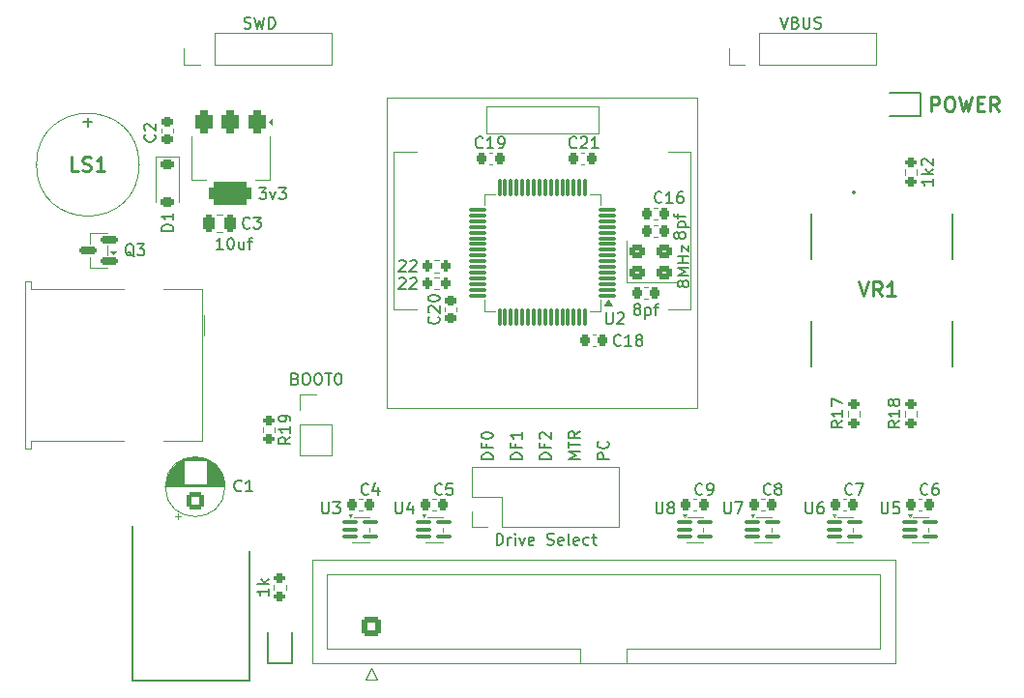
<source format=gto>
G04 #@! TF.GenerationSoftware,KiCad,Pcbnew,9.0.7*
G04 #@! TF.CreationDate,2026-02-15T20:38:08+11:00*
G04 #@! TF.ProjectId,AmigaUSBFloppy,416d6967-6155-4534-9246-6c6f7070792e,rev?*
G04 #@! TF.SameCoordinates,Original*
G04 #@! TF.FileFunction,Legend,Top*
G04 #@! TF.FilePolarity,Positive*
%FSLAX46Y46*%
G04 Gerber Fmt 4.6, Leading zero omitted, Abs format (unit mm)*
G04 Created by KiCad (PCBNEW 9.0.7) date 2026-02-15 20:38:08*
%MOMM*%
%LPD*%
G01*
G04 APERTURE LIST*
G04 Aperture macros list*
%AMRoundRect*
0 Rectangle with rounded corners*
0 $1 Rounding radius*
0 $2 $3 $4 $5 $6 $7 $8 $9 X,Y pos of 4 corners*
0 Add a 4 corners polygon primitive as box body*
4,1,4,$2,$3,$4,$5,$6,$7,$8,$9,$2,$3,0*
0 Add four circle primitives for the rounded corners*
1,1,$1+$1,$2,$3*
1,1,$1+$1,$4,$5*
1,1,$1+$1,$6,$7*
1,1,$1+$1,$8,$9*
0 Add four rect primitives between the rounded corners*
20,1,$1+$1,$2,$3,$4,$5,0*
20,1,$1+$1,$4,$5,$6,$7,0*
20,1,$1+$1,$6,$7,$8,$9,0*
20,1,$1+$1,$8,$9,$2,$3,0*%
G04 Aperture macros list end*
%ADD10C,0.150000*%
%ADD11C,0.254000*%
%ADD12C,0.120000*%
%ADD13C,0.200000*%
%ADD14C,0.100000*%
%ADD15R,1.700000X1.700000*%
%ADD16C,1.700000*%
%ADD17RoundRect,0.250000X-0.450000X-0.350000X0.450000X-0.350000X0.450000X0.350000X-0.450000X0.350000X0*%
%ADD18RoundRect,0.225000X-0.375000X0.225000X-0.375000X-0.225000X0.375000X-0.225000X0.375000X0.225000X0*%
%ADD19RoundRect,0.225000X0.225000X0.250000X-0.225000X0.250000X-0.225000X-0.250000X0.225000X-0.250000X0*%
%ADD20RoundRect,0.250000X0.600000X-0.600000X0.600000X0.600000X-0.600000X0.600000X-0.600000X-0.600000X0*%
%ADD21RoundRect,0.200000X0.200000X0.275000X-0.200000X0.275000X-0.200000X-0.275000X0.200000X-0.275000X0*%
%ADD22R,1.800000X1.800000*%
%ADD23C,1.800000*%
%ADD24R,1.500000X1.600000*%
%ADD25C,1.600000*%
%ADD26C,3.000000*%
%ADD27RoundRect,0.225000X-0.225000X-0.250000X0.225000X-0.250000X0.225000X0.250000X-0.225000X0.250000X0*%
%ADD28RoundRect,0.225000X0.250000X-0.225000X0.250000X0.225000X-0.250000X0.225000X-0.250000X-0.225000X0*%
%ADD29R,0.950000X1.400000*%
%ADD30RoundRect,0.100000X-0.562500X-0.100000X0.562500X-0.100000X0.562500X0.100000X-0.562500X0.100000X0*%
%ADD31O,1.600000X2.000000*%
%ADD32RoundRect,0.200000X0.275000X-0.200000X0.275000X0.200000X-0.275000X0.200000X-0.275000X-0.200000X0*%
%ADD33C,4.800000*%
%ADD34C,1.650000*%
%ADD35RoundRect,0.200000X-0.275000X0.200000X-0.275000X-0.200000X0.275000X-0.200000X0.275000X0.200000X0*%
%ADD36RoundRect,0.250000X0.550000X-0.550000X0.550000X0.550000X-0.550000X0.550000X-0.550000X-0.550000X0*%
%ADD37C,2.500000*%
%ADD38RoundRect,0.375000X-0.375000X0.625000X-0.375000X-0.625000X0.375000X-0.625000X0.375000X0.625000X0*%
%ADD39RoundRect,0.500000X-1.400000X0.500000X-1.400000X-0.500000X1.400000X-0.500000X1.400000X0.500000X0*%
%ADD40C,1.400000*%
%ADD41RoundRect,0.225000X-0.250000X0.225000X-0.250000X-0.225000X0.250000X-0.225000X0.250000X0.225000X0*%
%ADD42RoundRect,0.250000X-0.250000X-0.475000X0.250000X-0.475000X0.250000X0.475000X-0.250000X0.475000X0*%
%ADD43RoundRect,0.150000X0.587500X0.150000X-0.587500X0.150000X-0.587500X-0.150000X0.587500X-0.150000X0*%
%ADD44RoundRect,0.075000X0.700000X0.075000X-0.700000X0.075000X-0.700000X-0.075000X0.700000X-0.075000X0*%
%ADD45RoundRect,0.075000X0.075000X0.700000X-0.075000X0.700000X-0.075000X-0.700000X0.075000X-0.700000X0*%
%ADD46R,1.400000X0.950000*%
G04 APERTURE END LIST*
D10*
X155881569Y-95100720D02*
X154881569Y-95100720D01*
X154881569Y-95100720D02*
X155595854Y-94767387D01*
X155595854Y-94767387D02*
X154881569Y-94434054D01*
X154881569Y-94434054D02*
X155881569Y-94434054D01*
X154881569Y-94100720D02*
X154881569Y-93529292D01*
X155881569Y-93815006D02*
X154881569Y-93815006D01*
X155881569Y-92624530D02*
X155405378Y-92957863D01*
X155881569Y-93195958D02*
X154881569Y-93195958D01*
X154881569Y-93195958D02*
X154881569Y-92815006D01*
X154881569Y-92815006D02*
X154929188Y-92719768D01*
X154929188Y-92719768D02*
X154976807Y-92672149D01*
X154976807Y-92672149D02*
X155072045Y-92624530D01*
X155072045Y-92624530D02*
X155214902Y-92624530D01*
X155214902Y-92624530D02*
X155310140Y-92672149D01*
X155310140Y-92672149D02*
X155357759Y-92719768D01*
X155357759Y-92719768D02*
X155405378Y-92815006D01*
X155405378Y-92815006D02*
X155405378Y-93195958D01*
X148261569Y-95100720D02*
X147261569Y-95100720D01*
X147261569Y-95100720D02*
X147261569Y-94862625D01*
X147261569Y-94862625D02*
X147309188Y-94719768D01*
X147309188Y-94719768D02*
X147404426Y-94624530D01*
X147404426Y-94624530D02*
X147499664Y-94576911D01*
X147499664Y-94576911D02*
X147690140Y-94529292D01*
X147690140Y-94529292D02*
X147832997Y-94529292D01*
X147832997Y-94529292D02*
X148023473Y-94576911D01*
X148023473Y-94576911D02*
X148118711Y-94624530D01*
X148118711Y-94624530D02*
X148213950Y-94719768D01*
X148213950Y-94719768D02*
X148261569Y-94862625D01*
X148261569Y-94862625D02*
X148261569Y-95100720D01*
X147737759Y-93767387D02*
X147737759Y-94100720D01*
X148261569Y-94100720D02*
X147261569Y-94100720D01*
X147261569Y-94100720D02*
X147261569Y-93624530D01*
X147261569Y-93053101D02*
X147261569Y-92957863D01*
X147261569Y-92957863D02*
X147309188Y-92862625D01*
X147309188Y-92862625D02*
X147356807Y-92815006D01*
X147356807Y-92815006D02*
X147452045Y-92767387D01*
X147452045Y-92767387D02*
X147642521Y-92719768D01*
X147642521Y-92719768D02*
X147880616Y-92719768D01*
X147880616Y-92719768D02*
X148071092Y-92767387D01*
X148071092Y-92767387D02*
X148166330Y-92815006D01*
X148166330Y-92815006D02*
X148213950Y-92862625D01*
X148213950Y-92862625D02*
X148261569Y-92957863D01*
X148261569Y-92957863D02*
X148261569Y-93053101D01*
X148261569Y-93053101D02*
X148213950Y-93148339D01*
X148213950Y-93148339D02*
X148166330Y-93195958D01*
X148166330Y-93195958D02*
X148071092Y-93243577D01*
X148071092Y-93243577D02*
X147880616Y-93291196D01*
X147880616Y-93291196D02*
X147642521Y-93291196D01*
X147642521Y-93291196D02*
X147452045Y-93243577D01*
X147452045Y-93243577D02*
X147356807Y-93195958D01*
X147356807Y-93195958D02*
X147309188Y-93148339D01*
X147309188Y-93148339D02*
X147261569Y-93053101D01*
X158421569Y-95100720D02*
X157421569Y-95100720D01*
X157421569Y-95100720D02*
X157421569Y-94719768D01*
X157421569Y-94719768D02*
X157469188Y-94624530D01*
X157469188Y-94624530D02*
X157516807Y-94576911D01*
X157516807Y-94576911D02*
X157612045Y-94529292D01*
X157612045Y-94529292D02*
X157754902Y-94529292D01*
X157754902Y-94529292D02*
X157850140Y-94576911D01*
X157850140Y-94576911D02*
X157897759Y-94624530D01*
X157897759Y-94624530D02*
X157945378Y-94719768D01*
X157945378Y-94719768D02*
X157945378Y-95100720D01*
X158326330Y-93529292D02*
X158373950Y-93576911D01*
X158373950Y-93576911D02*
X158421569Y-93719768D01*
X158421569Y-93719768D02*
X158421569Y-93815006D01*
X158421569Y-93815006D02*
X158373950Y-93957863D01*
X158373950Y-93957863D02*
X158278711Y-94053101D01*
X158278711Y-94053101D02*
X158183473Y-94100720D01*
X158183473Y-94100720D02*
X157992997Y-94148339D01*
X157992997Y-94148339D02*
X157850140Y-94148339D01*
X157850140Y-94148339D02*
X157659664Y-94100720D01*
X157659664Y-94100720D02*
X157564426Y-94053101D01*
X157564426Y-94053101D02*
X157469188Y-93957863D01*
X157469188Y-93957863D02*
X157421569Y-93815006D01*
X157421569Y-93815006D02*
X157421569Y-93719768D01*
X157421569Y-93719768D02*
X157469188Y-93576911D01*
X157469188Y-93576911D02*
X157516807Y-93529292D01*
X150801569Y-95100720D02*
X149801569Y-95100720D01*
X149801569Y-95100720D02*
X149801569Y-94862625D01*
X149801569Y-94862625D02*
X149849188Y-94719768D01*
X149849188Y-94719768D02*
X149944426Y-94624530D01*
X149944426Y-94624530D02*
X150039664Y-94576911D01*
X150039664Y-94576911D02*
X150230140Y-94529292D01*
X150230140Y-94529292D02*
X150372997Y-94529292D01*
X150372997Y-94529292D02*
X150563473Y-94576911D01*
X150563473Y-94576911D02*
X150658711Y-94624530D01*
X150658711Y-94624530D02*
X150753950Y-94719768D01*
X150753950Y-94719768D02*
X150801569Y-94862625D01*
X150801569Y-94862625D02*
X150801569Y-95100720D01*
X150277759Y-93767387D02*
X150277759Y-94100720D01*
X150801569Y-94100720D02*
X149801569Y-94100720D01*
X149801569Y-94100720D02*
X149801569Y-93624530D01*
X150801569Y-92719768D02*
X150801569Y-93291196D01*
X150801569Y-93005482D02*
X149801569Y-93005482D01*
X149801569Y-93005482D02*
X149944426Y-93100720D01*
X149944426Y-93100720D02*
X150039664Y-93195958D01*
X150039664Y-93195958D02*
X150087283Y-93291196D01*
X153341569Y-95100720D02*
X152341569Y-95100720D01*
X152341569Y-95100720D02*
X152341569Y-94862625D01*
X152341569Y-94862625D02*
X152389188Y-94719768D01*
X152389188Y-94719768D02*
X152484426Y-94624530D01*
X152484426Y-94624530D02*
X152579664Y-94576911D01*
X152579664Y-94576911D02*
X152770140Y-94529292D01*
X152770140Y-94529292D02*
X152912997Y-94529292D01*
X152912997Y-94529292D02*
X153103473Y-94576911D01*
X153103473Y-94576911D02*
X153198711Y-94624530D01*
X153198711Y-94624530D02*
X153293950Y-94719768D01*
X153293950Y-94719768D02*
X153341569Y-94862625D01*
X153341569Y-94862625D02*
X153341569Y-95100720D01*
X152817759Y-93767387D02*
X152817759Y-94100720D01*
X153341569Y-94100720D02*
X152341569Y-94100720D01*
X152341569Y-94100720D02*
X152341569Y-93624530D01*
X152436807Y-93291196D02*
X152389188Y-93243577D01*
X152389188Y-93243577D02*
X152341569Y-93148339D01*
X152341569Y-93148339D02*
X152341569Y-92910244D01*
X152341569Y-92910244D02*
X152389188Y-92815006D01*
X152389188Y-92815006D02*
X152436807Y-92767387D01*
X152436807Y-92767387D02*
X152532045Y-92719768D01*
X152532045Y-92719768D02*
X152627283Y-92719768D01*
X152627283Y-92719768D02*
X152770140Y-92767387D01*
X152770140Y-92767387D02*
X153341569Y-93338815D01*
X153341569Y-93338815D02*
X153341569Y-92719768D01*
X112419048Y-65573866D02*
X113180953Y-65573866D01*
X112800000Y-65954819D02*
X112800000Y-65192914D01*
X126492857Y-57319700D02*
X126635714Y-57367319D01*
X126635714Y-57367319D02*
X126873809Y-57367319D01*
X126873809Y-57367319D02*
X126969047Y-57319700D01*
X126969047Y-57319700D02*
X127016666Y-57272080D01*
X127016666Y-57272080D02*
X127064285Y-57176842D01*
X127064285Y-57176842D02*
X127064285Y-57081604D01*
X127064285Y-57081604D02*
X127016666Y-56986366D01*
X127016666Y-56986366D02*
X126969047Y-56938747D01*
X126969047Y-56938747D02*
X126873809Y-56891128D01*
X126873809Y-56891128D02*
X126683333Y-56843509D01*
X126683333Y-56843509D02*
X126588095Y-56795890D01*
X126588095Y-56795890D02*
X126540476Y-56748271D01*
X126540476Y-56748271D02*
X126492857Y-56653033D01*
X126492857Y-56653033D02*
X126492857Y-56557795D01*
X126492857Y-56557795D02*
X126540476Y-56462557D01*
X126540476Y-56462557D02*
X126588095Y-56414938D01*
X126588095Y-56414938D02*
X126683333Y-56367319D01*
X126683333Y-56367319D02*
X126921428Y-56367319D01*
X126921428Y-56367319D02*
X127064285Y-56414938D01*
X127397619Y-56367319D02*
X127635714Y-57367319D01*
X127635714Y-57367319D02*
X127826190Y-56653033D01*
X127826190Y-56653033D02*
X128016666Y-57367319D01*
X128016666Y-57367319D02*
X128254762Y-56367319D01*
X128635714Y-57367319D02*
X128635714Y-56367319D01*
X128635714Y-56367319D02*
X128873809Y-56367319D01*
X128873809Y-56367319D02*
X129016666Y-56414938D01*
X129016666Y-56414938D02*
X129111904Y-56510176D01*
X129111904Y-56510176D02*
X129159523Y-56605414D01*
X129159523Y-56605414D02*
X129207142Y-56795890D01*
X129207142Y-56795890D02*
X129207142Y-56938747D01*
X129207142Y-56938747D02*
X129159523Y-57129223D01*
X129159523Y-57129223D02*
X129111904Y-57224461D01*
X129111904Y-57224461D02*
X129016666Y-57319700D01*
X129016666Y-57319700D02*
X128873809Y-57367319D01*
X128873809Y-57367319D02*
X128635714Y-57367319D01*
X164858390Y-79807737D02*
X164810771Y-79902975D01*
X164810771Y-79902975D02*
X164763152Y-79950594D01*
X164763152Y-79950594D02*
X164667914Y-79998213D01*
X164667914Y-79998213D02*
X164620295Y-79998213D01*
X164620295Y-79998213D02*
X164525057Y-79950594D01*
X164525057Y-79950594D02*
X164477438Y-79902975D01*
X164477438Y-79902975D02*
X164429819Y-79807737D01*
X164429819Y-79807737D02*
X164429819Y-79617261D01*
X164429819Y-79617261D02*
X164477438Y-79522023D01*
X164477438Y-79522023D02*
X164525057Y-79474404D01*
X164525057Y-79474404D02*
X164620295Y-79426785D01*
X164620295Y-79426785D02*
X164667914Y-79426785D01*
X164667914Y-79426785D02*
X164763152Y-79474404D01*
X164763152Y-79474404D02*
X164810771Y-79522023D01*
X164810771Y-79522023D02*
X164858390Y-79617261D01*
X164858390Y-79617261D02*
X164858390Y-79807737D01*
X164858390Y-79807737D02*
X164906009Y-79902975D01*
X164906009Y-79902975D02*
X164953628Y-79950594D01*
X164953628Y-79950594D02*
X165048866Y-79998213D01*
X165048866Y-79998213D02*
X165239342Y-79998213D01*
X165239342Y-79998213D02*
X165334580Y-79950594D01*
X165334580Y-79950594D02*
X165382200Y-79902975D01*
X165382200Y-79902975D02*
X165429819Y-79807737D01*
X165429819Y-79807737D02*
X165429819Y-79617261D01*
X165429819Y-79617261D02*
X165382200Y-79522023D01*
X165382200Y-79522023D02*
X165334580Y-79474404D01*
X165334580Y-79474404D02*
X165239342Y-79426785D01*
X165239342Y-79426785D02*
X165048866Y-79426785D01*
X165048866Y-79426785D02*
X164953628Y-79474404D01*
X164953628Y-79474404D02*
X164906009Y-79522023D01*
X164906009Y-79522023D02*
X164858390Y-79617261D01*
X165429819Y-78998213D02*
X164429819Y-78998213D01*
X164429819Y-78998213D02*
X165144104Y-78664880D01*
X165144104Y-78664880D02*
X164429819Y-78331547D01*
X164429819Y-78331547D02*
X165429819Y-78331547D01*
X165429819Y-77855356D02*
X164429819Y-77855356D01*
X164906009Y-77855356D02*
X164906009Y-77283928D01*
X165429819Y-77283928D02*
X164429819Y-77283928D01*
X164763152Y-76902975D02*
X164763152Y-76379166D01*
X164763152Y-76379166D02*
X165429819Y-76902975D01*
X165429819Y-76902975D02*
X165429819Y-76379166D01*
X120279819Y-75075594D02*
X119279819Y-75075594D01*
X119279819Y-75075594D02*
X119279819Y-74837499D01*
X119279819Y-74837499D02*
X119327438Y-74694642D01*
X119327438Y-74694642D02*
X119422676Y-74599404D01*
X119422676Y-74599404D02*
X119517914Y-74551785D01*
X119517914Y-74551785D02*
X119708390Y-74504166D01*
X119708390Y-74504166D02*
X119851247Y-74504166D01*
X119851247Y-74504166D02*
X120041723Y-74551785D01*
X120041723Y-74551785D02*
X120136961Y-74599404D01*
X120136961Y-74599404D02*
X120232200Y-74694642D01*
X120232200Y-74694642D02*
X120279819Y-74837499D01*
X120279819Y-74837499D02*
X120279819Y-75075594D01*
X120279819Y-73551785D02*
X120279819Y-74123213D01*
X120279819Y-73837499D02*
X119279819Y-73837499D01*
X119279819Y-73837499D02*
X119422676Y-73932737D01*
X119422676Y-73932737D02*
X119517914Y-74027975D01*
X119517914Y-74027975D02*
X119565533Y-74123213D01*
X137356721Y-98103805D02*
X137309102Y-98151425D01*
X137309102Y-98151425D02*
X137166245Y-98199044D01*
X137166245Y-98199044D02*
X137071007Y-98199044D01*
X137071007Y-98199044D02*
X136928150Y-98151425D01*
X136928150Y-98151425D02*
X136832912Y-98056186D01*
X136832912Y-98056186D02*
X136785293Y-97960948D01*
X136785293Y-97960948D02*
X136737674Y-97770472D01*
X136737674Y-97770472D02*
X136737674Y-97627615D01*
X136737674Y-97627615D02*
X136785293Y-97437139D01*
X136785293Y-97437139D02*
X136832912Y-97341901D01*
X136832912Y-97341901D02*
X136928150Y-97246663D01*
X136928150Y-97246663D02*
X137071007Y-97199044D01*
X137071007Y-97199044D02*
X137166245Y-97199044D01*
X137166245Y-97199044D02*
X137309102Y-97246663D01*
X137309102Y-97246663D02*
X137356721Y-97294282D01*
X138213864Y-97532377D02*
X138213864Y-98199044D01*
X137975769Y-97151425D02*
X137737674Y-97865710D01*
X137737674Y-97865710D02*
X138356721Y-97865710D01*
X140063095Y-79287557D02*
X140110714Y-79239938D01*
X140110714Y-79239938D02*
X140205952Y-79192319D01*
X140205952Y-79192319D02*
X140444047Y-79192319D01*
X140444047Y-79192319D02*
X140539285Y-79239938D01*
X140539285Y-79239938D02*
X140586904Y-79287557D01*
X140586904Y-79287557D02*
X140634523Y-79382795D01*
X140634523Y-79382795D02*
X140634523Y-79478033D01*
X140634523Y-79478033D02*
X140586904Y-79620890D01*
X140586904Y-79620890D02*
X140015476Y-80192319D01*
X140015476Y-80192319D02*
X140634523Y-80192319D01*
X141015476Y-79287557D02*
X141063095Y-79239938D01*
X141063095Y-79239938D02*
X141158333Y-79192319D01*
X141158333Y-79192319D02*
X141396428Y-79192319D01*
X141396428Y-79192319D02*
X141491666Y-79239938D01*
X141491666Y-79239938D02*
X141539285Y-79287557D01*
X141539285Y-79287557D02*
X141586904Y-79382795D01*
X141586904Y-79382795D02*
X141586904Y-79478033D01*
X141586904Y-79478033D02*
X141539285Y-79620890D01*
X141539285Y-79620890D02*
X140967857Y-80192319D01*
X140967857Y-80192319D02*
X141586904Y-80192319D01*
X163057142Y-72547080D02*
X163009523Y-72594700D01*
X163009523Y-72594700D02*
X162866666Y-72642319D01*
X162866666Y-72642319D02*
X162771428Y-72642319D01*
X162771428Y-72642319D02*
X162628571Y-72594700D01*
X162628571Y-72594700D02*
X162533333Y-72499461D01*
X162533333Y-72499461D02*
X162485714Y-72404223D01*
X162485714Y-72404223D02*
X162438095Y-72213747D01*
X162438095Y-72213747D02*
X162438095Y-72070890D01*
X162438095Y-72070890D02*
X162485714Y-71880414D01*
X162485714Y-71880414D02*
X162533333Y-71785176D01*
X162533333Y-71785176D02*
X162628571Y-71689938D01*
X162628571Y-71689938D02*
X162771428Y-71642319D01*
X162771428Y-71642319D02*
X162866666Y-71642319D01*
X162866666Y-71642319D02*
X163009523Y-71689938D01*
X163009523Y-71689938D02*
X163057142Y-71737557D01*
X164009523Y-72642319D02*
X163438095Y-72642319D01*
X163723809Y-72642319D02*
X163723809Y-71642319D01*
X163723809Y-71642319D02*
X163628571Y-71785176D01*
X163628571Y-71785176D02*
X163533333Y-71880414D01*
X163533333Y-71880414D02*
X163438095Y-71928033D01*
X164866666Y-71642319D02*
X164676190Y-71642319D01*
X164676190Y-71642319D02*
X164580952Y-71689938D01*
X164580952Y-71689938D02*
X164533333Y-71737557D01*
X164533333Y-71737557D02*
X164438095Y-71880414D01*
X164438095Y-71880414D02*
X164390476Y-72070890D01*
X164390476Y-72070890D02*
X164390476Y-72451842D01*
X164390476Y-72451842D02*
X164438095Y-72547080D01*
X164438095Y-72547080D02*
X164485714Y-72594700D01*
X164485714Y-72594700D02*
X164580952Y-72642319D01*
X164580952Y-72642319D02*
X164771428Y-72642319D01*
X164771428Y-72642319D02*
X164866666Y-72594700D01*
X164866666Y-72594700D02*
X164914285Y-72547080D01*
X164914285Y-72547080D02*
X164961904Y-72451842D01*
X164961904Y-72451842D02*
X164961904Y-72213747D01*
X164961904Y-72213747D02*
X164914285Y-72118509D01*
X164914285Y-72118509D02*
X164866666Y-72070890D01*
X164866666Y-72070890D02*
X164771428Y-72023271D01*
X164771428Y-72023271D02*
X164580952Y-72023271D01*
X164580952Y-72023271D02*
X164485714Y-72070890D01*
X164485714Y-72070890D02*
X164438095Y-72118509D01*
X164438095Y-72118509D02*
X164390476Y-72213747D01*
X160816666Y-81895890D02*
X160721428Y-81848271D01*
X160721428Y-81848271D02*
X160673809Y-81800652D01*
X160673809Y-81800652D02*
X160626190Y-81705414D01*
X160626190Y-81705414D02*
X160626190Y-81657795D01*
X160626190Y-81657795D02*
X160673809Y-81562557D01*
X160673809Y-81562557D02*
X160721428Y-81514938D01*
X160721428Y-81514938D02*
X160816666Y-81467319D01*
X160816666Y-81467319D02*
X161007142Y-81467319D01*
X161007142Y-81467319D02*
X161102380Y-81514938D01*
X161102380Y-81514938D02*
X161149999Y-81562557D01*
X161149999Y-81562557D02*
X161197618Y-81657795D01*
X161197618Y-81657795D02*
X161197618Y-81705414D01*
X161197618Y-81705414D02*
X161149999Y-81800652D01*
X161149999Y-81800652D02*
X161102380Y-81848271D01*
X161102380Y-81848271D02*
X161007142Y-81895890D01*
X161007142Y-81895890D02*
X160816666Y-81895890D01*
X160816666Y-81895890D02*
X160721428Y-81943509D01*
X160721428Y-81943509D02*
X160673809Y-81991128D01*
X160673809Y-81991128D02*
X160626190Y-82086366D01*
X160626190Y-82086366D02*
X160626190Y-82276842D01*
X160626190Y-82276842D02*
X160673809Y-82372080D01*
X160673809Y-82372080D02*
X160721428Y-82419700D01*
X160721428Y-82419700D02*
X160816666Y-82467319D01*
X160816666Y-82467319D02*
X161007142Y-82467319D01*
X161007142Y-82467319D02*
X161102380Y-82419700D01*
X161102380Y-82419700D02*
X161149999Y-82372080D01*
X161149999Y-82372080D02*
X161197618Y-82276842D01*
X161197618Y-82276842D02*
X161197618Y-82086366D01*
X161197618Y-82086366D02*
X161149999Y-81991128D01*
X161149999Y-81991128D02*
X161102380Y-81943509D01*
X161102380Y-81943509D02*
X161007142Y-81895890D01*
X161626190Y-81800652D02*
X161626190Y-82800652D01*
X161626190Y-81848271D02*
X161721428Y-81800652D01*
X161721428Y-81800652D02*
X161911904Y-81800652D01*
X161911904Y-81800652D02*
X162007142Y-81848271D01*
X162007142Y-81848271D02*
X162054761Y-81895890D01*
X162054761Y-81895890D02*
X162102380Y-81991128D01*
X162102380Y-81991128D02*
X162102380Y-82276842D01*
X162102380Y-82276842D02*
X162054761Y-82372080D01*
X162054761Y-82372080D02*
X162007142Y-82419700D01*
X162007142Y-82419700D02*
X161911904Y-82467319D01*
X161911904Y-82467319D02*
X161721428Y-82467319D01*
X161721428Y-82467319D02*
X161626190Y-82419700D01*
X162388095Y-81800652D02*
X162769047Y-81800652D01*
X162530952Y-82467319D02*
X162530952Y-81610176D01*
X162530952Y-81610176D02*
X162578571Y-81514938D01*
X162578571Y-81514938D02*
X162673809Y-81467319D01*
X162673809Y-81467319D02*
X162769047Y-81467319D01*
X179725833Y-98103805D02*
X179678214Y-98151425D01*
X179678214Y-98151425D02*
X179535357Y-98199044D01*
X179535357Y-98199044D02*
X179440119Y-98199044D01*
X179440119Y-98199044D02*
X179297262Y-98151425D01*
X179297262Y-98151425D02*
X179202024Y-98056186D01*
X179202024Y-98056186D02*
X179154405Y-97960948D01*
X179154405Y-97960948D02*
X179106786Y-97770472D01*
X179106786Y-97770472D02*
X179106786Y-97627615D01*
X179106786Y-97627615D02*
X179154405Y-97437139D01*
X179154405Y-97437139D02*
X179202024Y-97341901D01*
X179202024Y-97341901D02*
X179297262Y-97246663D01*
X179297262Y-97246663D02*
X179440119Y-97199044D01*
X179440119Y-97199044D02*
X179535357Y-97199044D01*
X179535357Y-97199044D02*
X179678214Y-97246663D01*
X179678214Y-97246663D02*
X179725833Y-97294282D01*
X180059167Y-97199044D02*
X180725833Y-97199044D01*
X180725833Y-97199044D02*
X180297262Y-98199044D01*
X164558390Y-75570833D02*
X164510771Y-75666071D01*
X164510771Y-75666071D02*
X164463152Y-75713690D01*
X164463152Y-75713690D02*
X164367914Y-75761309D01*
X164367914Y-75761309D02*
X164320295Y-75761309D01*
X164320295Y-75761309D02*
X164225057Y-75713690D01*
X164225057Y-75713690D02*
X164177438Y-75666071D01*
X164177438Y-75666071D02*
X164129819Y-75570833D01*
X164129819Y-75570833D02*
X164129819Y-75380357D01*
X164129819Y-75380357D02*
X164177438Y-75285119D01*
X164177438Y-75285119D02*
X164225057Y-75237500D01*
X164225057Y-75237500D02*
X164320295Y-75189881D01*
X164320295Y-75189881D02*
X164367914Y-75189881D01*
X164367914Y-75189881D02*
X164463152Y-75237500D01*
X164463152Y-75237500D02*
X164510771Y-75285119D01*
X164510771Y-75285119D02*
X164558390Y-75380357D01*
X164558390Y-75380357D02*
X164558390Y-75570833D01*
X164558390Y-75570833D02*
X164606009Y-75666071D01*
X164606009Y-75666071D02*
X164653628Y-75713690D01*
X164653628Y-75713690D02*
X164748866Y-75761309D01*
X164748866Y-75761309D02*
X164939342Y-75761309D01*
X164939342Y-75761309D02*
X165034580Y-75713690D01*
X165034580Y-75713690D02*
X165082200Y-75666071D01*
X165082200Y-75666071D02*
X165129819Y-75570833D01*
X165129819Y-75570833D02*
X165129819Y-75380357D01*
X165129819Y-75380357D02*
X165082200Y-75285119D01*
X165082200Y-75285119D02*
X165034580Y-75237500D01*
X165034580Y-75237500D02*
X164939342Y-75189881D01*
X164939342Y-75189881D02*
X164748866Y-75189881D01*
X164748866Y-75189881D02*
X164653628Y-75237500D01*
X164653628Y-75237500D02*
X164606009Y-75285119D01*
X164606009Y-75285119D02*
X164558390Y-75380357D01*
X164463152Y-74761309D02*
X165463152Y-74761309D01*
X164510771Y-74761309D02*
X164463152Y-74666071D01*
X164463152Y-74666071D02*
X164463152Y-74475595D01*
X164463152Y-74475595D02*
X164510771Y-74380357D01*
X164510771Y-74380357D02*
X164558390Y-74332738D01*
X164558390Y-74332738D02*
X164653628Y-74285119D01*
X164653628Y-74285119D02*
X164939342Y-74285119D01*
X164939342Y-74285119D02*
X165034580Y-74332738D01*
X165034580Y-74332738D02*
X165082200Y-74380357D01*
X165082200Y-74380357D02*
X165129819Y-74475595D01*
X165129819Y-74475595D02*
X165129819Y-74666071D01*
X165129819Y-74666071D02*
X165082200Y-74761309D01*
X164463152Y-73999404D02*
X164463152Y-73618452D01*
X165129819Y-73856547D02*
X164272676Y-73856547D01*
X164272676Y-73856547D02*
X164177438Y-73808928D01*
X164177438Y-73808928D02*
X164129819Y-73713690D01*
X164129819Y-73713690D02*
X164129819Y-73618452D01*
X172583333Y-98103805D02*
X172535714Y-98151425D01*
X172535714Y-98151425D02*
X172392857Y-98199044D01*
X172392857Y-98199044D02*
X172297619Y-98199044D01*
X172297619Y-98199044D02*
X172154762Y-98151425D01*
X172154762Y-98151425D02*
X172059524Y-98056186D01*
X172059524Y-98056186D02*
X172011905Y-97960948D01*
X172011905Y-97960948D02*
X171964286Y-97770472D01*
X171964286Y-97770472D02*
X171964286Y-97627615D01*
X171964286Y-97627615D02*
X172011905Y-97437139D01*
X172011905Y-97437139D02*
X172059524Y-97341901D01*
X172059524Y-97341901D02*
X172154762Y-97246663D01*
X172154762Y-97246663D02*
X172297619Y-97199044D01*
X172297619Y-97199044D02*
X172392857Y-97199044D01*
X172392857Y-97199044D02*
X172535714Y-97246663D01*
X172535714Y-97246663D02*
X172583333Y-97294282D01*
X173154762Y-97627615D02*
X173059524Y-97579996D01*
X173059524Y-97579996D02*
X173011905Y-97532377D01*
X173011905Y-97532377D02*
X172964286Y-97437139D01*
X172964286Y-97437139D02*
X172964286Y-97389520D01*
X172964286Y-97389520D02*
X173011905Y-97294282D01*
X173011905Y-97294282D02*
X173059524Y-97246663D01*
X173059524Y-97246663D02*
X173154762Y-97199044D01*
X173154762Y-97199044D02*
X173345238Y-97199044D01*
X173345238Y-97199044D02*
X173440476Y-97246663D01*
X173440476Y-97246663D02*
X173488095Y-97294282D01*
X173488095Y-97294282D02*
X173535714Y-97389520D01*
X173535714Y-97389520D02*
X173535714Y-97437139D01*
X173535714Y-97437139D02*
X173488095Y-97532377D01*
X173488095Y-97532377D02*
X173440476Y-97579996D01*
X173440476Y-97579996D02*
X173345238Y-97627615D01*
X173345238Y-97627615D02*
X173154762Y-97627615D01*
X173154762Y-97627615D02*
X173059524Y-97675234D01*
X173059524Y-97675234D02*
X173011905Y-97722853D01*
X173011905Y-97722853D02*
X172964286Y-97818091D01*
X172964286Y-97818091D02*
X172964286Y-98008567D01*
X172964286Y-98008567D02*
X173011905Y-98103805D01*
X173011905Y-98103805D02*
X173059524Y-98151425D01*
X173059524Y-98151425D02*
X173154762Y-98199044D01*
X173154762Y-98199044D02*
X173345238Y-98199044D01*
X173345238Y-98199044D02*
X173440476Y-98151425D01*
X173440476Y-98151425D02*
X173488095Y-98103805D01*
X173488095Y-98103805D02*
X173535714Y-98008567D01*
X173535714Y-98008567D02*
X173535714Y-97818091D01*
X173535714Y-97818091D02*
X173488095Y-97722853D01*
X173488095Y-97722853D02*
X173440476Y-97675234D01*
X173440476Y-97675234D02*
X173345238Y-97627615D01*
X143504580Y-82605357D02*
X143552200Y-82652976D01*
X143552200Y-82652976D02*
X143599819Y-82795833D01*
X143599819Y-82795833D02*
X143599819Y-82891071D01*
X143599819Y-82891071D02*
X143552200Y-83033928D01*
X143552200Y-83033928D02*
X143456961Y-83129166D01*
X143456961Y-83129166D02*
X143361723Y-83176785D01*
X143361723Y-83176785D02*
X143171247Y-83224404D01*
X143171247Y-83224404D02*
X143028390Y-83224404D01*
X143028390Y-83224404D02*
X142837914Y-83176785D01*
X142837914Y-83176785D02*
X142742676Y-83129166D01*
X142742676Y-83129166D02*
X142647438Y-83033928D01*
X142647438Y-83033928D02*
X142599819Y-82891071D01*
X142599819Y-82891071D02*
X142599819Y-82795833D01*
X142599819Y-82795833D02*
X142647438Y-82652976D01*
X142647438Y-82652976D02*
X142695057Y-82605357D01*
X142695057Y-82224404D02*
X142647438Y-82176785D01*
X142647438Y-82176785D02*
X142599819Y-82081547D01*
X142599819Y-82081547D02*
X142599819Y-81843452D01*
X142599819Y-81843452D02*
X142647438Y-81748214D01*
X142647438Y-81748214D02*
X142695057Y-81700595D01*
X142695057Y-81700595D02*
X142790295Y-81652976D01*
X142790295Y-81652976D02*
X142885533Y-81652976D01*
X142885533Y-81652976D02*
X143028390Y-81700595D01*
X143028390Y-81700595D02*
X143599819Y-82272023D01*
X143599819Y-82272023D02*
X143599819Y-81652976D01*
X142599819Y-81033928D02*
X142599819Y-80938690D01*
X142599819Y-80938690D02*
X142647438Y-80843452D01*
X142647438Y-80843452D02*
X142695057Y-80795833D01*
X142695057Y-80795833D02*
X142790295Y-80748214D01*
X142790295Y-80748214D02*
X142980771Y-80700595D01*
X142980771Y-80700595D02*
X143218866Y-80700595D01*
X143218866Y-80700595D02*
X143409342Y-80748214D01*
X143409342Y-80748214D02*
X143504580Y-80795833D01*
X143504580Y-80795833D02*
X143552200Y-80843452D01*
X143552200Y-80843452D02*
X143599819Y-80938690D01*
X143599819Y-80938690D02*
X143599819Y-81033928D01*
X143599819Y-81033928D02*
X143552200Y-81129166D01*
X143552200Y-81129166D02*
X143504580Y-81176785D01*
X143504580Y-81176785D02*
X143409342Y-81224404D01*
X143409342Y-81224404D02*
X143218866Y-81272023D01*
X143218866Y-81272023D02*
X142980771Y-81272023D01*
X142980771Y-81272023D02*
X142790295Y-81224404D01*
X142790295Y-81224404D02*
X142695057Y-81176785D01*
X142695057Y-81176785D02*
X142647438Y-81129166D01*
X142647438Y-81129166D02*
X142599819Y-81033928D01*
D11*
X186636904Y-64611818D02*
X186636904Y-63341818D01*
X186636904Y-63341818D02*
X187120714Y-63341818D01*
X187120714Y-63341818D02*
X187241666Y-63402294D01*
X187241666Y-63402294D02*
X187302143Y-63462770D01*
X187302143Y-63462770D02*
X187362619Y-63583722D01*
X187362619Y-63583722D02*
X187362619Y-63765151D01*
X187362619Y-63765151D02*
X187302143Y-63886103D01*
X187302143Y-63886103D02*
X187241666Y-63946580D01*
X187241666Y-63946580D02*
X187120714Y-64007056D01*
X187120714Y-64007056D02*
X186636904Y-64007056D01*
X188148809Y-63341818D02*
X188390714Y-63341818D01*
X188390714Y-63341818D02*
X188511666Y-63402294D01*
X188511666Y-63402294D02*
X188632619Y-63523246D01*
X188632619Y-63523246D02*
X188693095Y-63765151D01*
X188693095Y-63765151D02*
X188693095Y-64188484D01*
X188693095Y-64188484D02*
X188632619Y-64430389D01*
X188632619Y-64430389D02*
X188511666Y-64551342D01*
X188511666Y-64551342D02*
X188390714Y-64611818D01*
X188390714Y-64611818D02*
X188148809Y-64611818D01*
X188148809Y-64611818D02*
X188027857Y-64551342D01*
X188027857Y-64551342D02*
X187906904Y-64430389D01*
X187906904Y-64430389D02*
X187846428Y-64188484D01*
X187846428Y-64188484D02*
X187846428Y-63765151D01*
X187846428Y-63765151D02*
X187906904Y-63523246D01*
X187906904Y-63523246D02*
X188027857Y-63402294D01*
X188027857Y-63402294D02*
X188148809Y-63341818D01*
X189116428Y-63341818D02*
X189418809Y-64611818D01*
X189418809Y-64611818D02*
X189660714Y-63704675D01*
X189660714Y-63704675D02*
X189902619Y-64611818D01*
X189902619Y-64611818D02*
X190205000Y-63341818D01*
X190688809Y-63946580D02*
X191112143Y-63946580D01*
X191293571Y-64611818D02*
X190688809Y-64611818D01*
X190688809Y-64611818D02*
X190688809Y-63341818D01*
X190688809Y-63341818D02*
X191293571Y-63341818D01*
X192563572Y-64611818D02*
X192140238Y-64007056D01*
X191837857Y-64611818D02*
X191837857Y-63341818D01*
X191837857Y-63341818D02*
X192321667Y-63341818D01*
X192321667Y-63341818D02*
X192442619Y-63402294D01*
X192442619Y-63402294D02*
X192503096Y-63462770D01*
X192503096Y-63462770D02*
X192563572Y-63583722D01*
X192563572Y-63583722D02*
X192563572Y-63765151D01*
X192563572Y-63765151D02*
X192503096Y-63886103D01*
X192503096Y-63886103D02*
X192442619Y-63946580D01*
X192442619Y-63946580D02*
X192321667Y-64007056D01*
X192321667Y-64007056D02*
X191837857Y-64007056D01*
D10*
X133311483Y-98849044D02*
X133311483Y-99658567D01*
X133311483Y-99658567D02*
X133359102Y-99753805D01*
X133359102Y-99753805D02*
X133406721Y-99801425D01*
X133406721Y-99801425D02*
X133501959Y-99849044D01*
X133501959Y-99849044D02*
X133692435Y-99849044D01*
X133692435Y-99849044D02*
X133787673Y-99801425D01*
X133787673Y-99801425D02*
X133835292Y-99753805D01*
X133835292Y-99753805D02*
X133882911Y-99658567D01*
X133882911Y-99658567D02*
X133882911Y-98849044D01*
X134263864Y-98849044D02*
X134882911Y-98849044D01*
X134882911Y-98849044D02*
X134549578Y-99229996D01*
X134549578Y-99229996D02*
X134692435Y-99229996D01*
X134692435Y-99229996D02*
X134787673Y-99277615D01*
X134787673Y-99277615D02*
X134835292Y-99325234D01*
X134835292Y-99325234D02*
X134882911Y-99420472D01*
X134882911Y-99420472D02*
X134882911Y-99658567D01*
X134882911Y-99658567D02*
X134835292Y-99753805D01*
X134835292Y-99753805D02*
X134787673Y-99801425D01*
X134787673Y-99801425D02*
X134692435Y-99849044D01*
X134692435Y-99849044D02*
X134406721Y-99849044D01*
X134406721Y-99849044D02*
X134311483Y-99801425D01*
X134311483Y-99801425D02*
X134263864Y-99753805D01*
X130966666Y-88043509D02*
X131109523Y-88091128D01*
X131109523Y-88091128D02*
X131157142Y-88138747D01*
X131157142Y-88138747D02*
X131204761Y-88233985D01*
X131204761Y-88233985D02*
X131204761Y-88376842D01*
X131204761Y-88376842D02*
X131157142Y-88472080D01*
X131157142Y-88472080D02*
X131109523Y-88519700D01*
X131109523Y-88519700D02*
X131014285Y-88567319D01*
X131014285Y-88567319D02*
X130633333Y-88567319D01*
X130633333Y-88567319D02*
X130633333Y-87567319D01*
X130633333Y-87567319D02*
X130966666Y-87567319D01*
X130966666Y-87567319D02*
X131061904Y-87614938D01*
X131061904Y-87614938D02*
X131109523Y-87662557D01*
X131109523Y-87662557D02*
X131157142Y-87757795D01*
X131157142Y-87757795D02*
X131157142Y-87853033D01*
X131157142Y-87853033D02*
X131109523Y-87948271D01*
X131109523Y-87948271D02*
X131061904Y-87995890D01*
X131061904Y-87995890D02*
X130966666Y-88043509D01*
X130966666Y-88043509D02*
X130633333Y-88043509D01*
X131823809Y-87567319D02*
X132014285Y-87567319D01*
X132014285Y-87567319D02*
X132109523Y-87614938D01*
X132109523Y-87614938D02*
X132204761Y-87710176D01*
X132204761Y-87710176D02*
X132252380Y-87900652D01*
X132252380Y-87900652D02*
X132252380Y-88233985D01*
X132252380Y-88233985D02*
X132204761Y-88424461D01*
X132204761Y-88424461D02*
X132109523Y-88519700D01*
X132109523Y-88519700D02*
X132014285Y-88567319D01*
X132014285Y-88567319D02*
X131823809Y-88567319D01*
X131823809Y-88567319D02*
X131728571Y-88519700D01*
X131728571Y-88519700D02*
X131633333Y-88424461D01*
X131633333Y-88424461D02*
X131585714Y-88233985D01*
X131585714Y-88233985D02*
X131585714Y-87900652D01*
X131585714Y-87900652D02*
X131633333Y-87710176D01*
X131633333Y-87710176D02*
X131728571Y-87614938D01*
X131728571Y-87614938D02*
X131823809Y-87567319D01*
X132871428Y-87567319D02*
X133061904Y-87567319D01*
X133061904Y-87567319D02*
X133157142Y-87614938D01*
X133157142Y-87614938D02*
X133252380Y-87710176D01*
X133252380Y-87710176D02*
X133299999Y-87900652D01*
X133299999Y-87900652D02*
X133299999Y-88233985D01*
X133299999Y-88233985D02*
X133252380Y-88424461D01*
X133252380Y-88424461D02*
X133157142Y-88519700D01*
X133157142Y-88519700D02*
X133061904Y-88567319D01*
X133061904Y-88567319D02*
X132871428Y-88567319D01*
X132871428Y-88567319D02*
X132776190Y-88519700D01*
X132776190Y-88519700D02*
X132680952Y-88424461D01*
X132680952Y-88424461D02*
X132633333Y-88233985D01*
X132633333Y-88233985D02*
X132633333Y-87900652D01*
X132633333Y-87900652D02*
X132680952Y-87710176D01*
X132680952Y-87710176D02*
X132776190Y-87614938D01*
X132776190Y-87614938D02*
X132871428Y-87567319D01*
X133585714Y-87567319D02*
X134157142Y-87567319D01*
X133871428Y-88567319D02*
X133871428Y-87567319D01*
X134680952Y-87567319D02*
X134776190Y-87567319D01*
X134776190Y-87567319D02*
X134871428Y-87614938D01*
X134871428Y-87614938D02*
X134919047Y-87662557D01*
X134919047Y-87662557D02*
X134966666Y-87757795D01*
X134966666Y-87757795D02*
X135014285Y-87948271D01*
X135014285Y-87948271D02*
X135014285Y-88186366D01*
X135014285Y-88186366D02*
X134966666Y-88376842D01*
X134966666Y-88376842D02*
X134919047Y-88472080D01*
X134919047Y-88472080D02*
X134871428Y-88519700D01*
X134871428Y-88519700D02*
X134776190Y-88567319D01*
X134776190Y-88567319D02*
X134680952Y-88567319D01*
X134680952Y-88567319D02*
X134585714Y-88519700D01*
X134585714Y-88519700D02*
X134538095Y-88472080D01*
X134538095Y-88472080D02*
X134490476Y-88376842D01*
X134490476Y-88376842D02*
X134442857Y-88186366D01*
X134442857Y-88186366D02*
X134442857Y-87948271D01*
X134442857Y-87948271D02*
X134490476Y-87757795D01*
X134490476Y-87757795D02*
X134538095Y-87662557D01*
X134538095Y-87662557D02*
X134585714Y-87614938D01*
X134585714Y-87614938D02*
X134680952Y-87567319D01*
X147382142Y-67747080D02*
X147334523Y-67794700D01*
X147334523Y-67794700D02*
X147191666Y-67842319D01*
X147191666Y-67842319D02*
X147096428Y-67842319D01*
X147096428Y-67842319D02*
X146953571Y-67794700D01*
X146953571Y-67794700D02*
X146858333Y-67699461D01*
X146858333Y-67699461D02*
X146810714Y-67604223D01*
X146810714Y-67604223D02*
X146763095Y-67413747D01*
X146763095Y-67413747D02*
X146763095Y-67270890D01*
X146763095Y-67270890D02*
X146810714Y-67080414D01*
X146810714Y-67080414D02*
X146858333Y-66985176D01*
X146858333Y-66985176D02*
X146953571Y-66889938D01*
X146953571Y-66889938D02*
X147096428Y-66842319D01*
X147096428Y-66842319D02*
X147191666Y-66842319D01*
X147191666Y-66842319D02*
X147334523Y-66889938D01*
X147334523Y-66889938D02*
X147382142Y-66937557D01*
X148334523Y-67842319D02*
X147763095Y-67842319D01*
X148048809Y-67842319D02*
X148048809Y-66842319D01*
X148048809Y-66842319D02*
X147953571Y-66985176D01*
X147953571Y-66985176D02*
X147858333Y-67080414D01*
X147858333Y-67080414D02*
X147763095Y-67128033D01*
X148810714Y-67842319D02*
X149001190Y-67842319D01*
X149001190Y-67842319D02*
X149096428Y-67794700D01*
X149096428Y-67794700D02*
X149144047Y-67747080D01*
X149144047Y-67747080D02*
X149239285Y-67604223D01*
X149239285Y-67604223D02*
X149286904Y-67413747D01*
X149286904Y-67413747D02*
X149286904Y-67032795D01*
X149286904Y-67032795D02*
X149239285Y-66937557D01*
X149239285Y-66937557D02*
X149191666Y-66889938D01*
X149191666Y-66889938D02*
X149096428Y-66842319D01*
X149096428Y-66842319D02*
X148905952Y-66842319D01*
X148905952Y-66842319D02*
X148810714Y-66889938D01*
X148810714Y-66889938D02*
X148763095Y-66937557D01*
X148763095Y-66937557D02*
X148715476Y-67032795D01*
X148715476Y-67032795D02*
X148715476Y-67270890D01*
X148715476Y-67270890D02*
X148763095Y-67366128D01*
X148763095Y-67366128D02*
X148810714Y-67413747D01*
X148810714Y-67413747D02*
X148905952Y-67461366D01*
X148905952Y-67461366D02*
X149096428Y-67461366D01*
X149096428Y-67461366D02*
X149191666Y-67413747D01*
X149191666Y-67413747D02*
X149239285Y-67366128D01*
X149239285Y-67366128D02*
X149286904Y-67270890D01*
X143795833Y-98103805D02*
X143748214Y-98151425D01*
X143748214Y-98151425D02*
X143605357Y-98199044D01*
X143605357Y-98199044D02*
X143510119Y-98199044D01*
X143510119Y-98199044D02*
X143367262Y-98151425D01*
X143367262Y-98151425D02*
X143272024Y-98056186D01*
X143272024Y-98056186D02*
X143224405Y-97960948D01*
X143224405Y-97960948D02*
X143176786Y-97770472D01*
X143176786Y-97770472D02*
X143176786Y-97627615D01*
X143176786Y-97627615D02*
X143224405Y-97437139D01*
X143224405Y-97437139D02*
X143272024Y-97341901D01*
X143272024Y-97341901D02*
X143367262Y-97246663D01*
X143367262Y-97246663D02*
X143510119Y-97199044D01*
X143510119Y-97199044D02*
X143605357Y-97199044D01*
X143605357Y-97199044D02*
X143748214Y-97246663D01*
X143748214Y-97246663D02*
X143795833Y-97294282D01*
X144700595Y-97199044D02*
X144224405Y-97199044D01*
X144224405Y-97199044D02*
X144176786Y-97675234D01*
X144176786Y-97675234D02*
X144224405Y-97627615D01*
X144224405Y-97627615D02*
X144319643Y-97579996D01*
X144319643Y-97579996D02*
X144557738Y-97579996D01*
X144557738Y-97579996D02*
X144652976Y-97627615D01*
X144652976Y-97627615D02*
X144700595Y-97675234D01*
X144700595Y-97675234D02*
X144748214Y-97770472D01*
X144748214Y-97770472D02*
X144748214Y-98008567D01*
X144748214Y-98008567D02*
X144700595Y-98103805D01*
X144700595Y-98103805D02*
X144652976Y-98151425D01*
X144652976Y-98151425D02*
X144557738Y-98199044D01*
X144557738Y-98199044D02*
X144319643Y-98199044D01*
X144319643Y-98199044D02*
X144224405Y-98151425D01*
X144224405Y-98151425D02*
X144176786Y-98103805D01*
X178894819Y-91730357D02*
X178418628Y-92063690D01*
X178894819Y-92301785D02*
X177894819Y-92301785D01*
X177894819Y-92301785D02*
X177894819Y-91920833D01*
X177894819Y-91920833D02*
X177942438Y-91825595D01*
X177942438Y-91825595D02*
X177990057Y-91777976D01*
X177990057Y-91777976D02*
X178085295Y-91730357D01*
X178085295Y-91730357D02*
X178228152Y-91730357D01*
X178228152Y-91730357D02*
X178323390Y-91777976D01*
X178323390Y-91777976D02*
X178371009Y-91825595D01*
X178371009Y-91825595D02*
X178418628Y-91920833D01*
X178418628Y-91920833D02*
X178418628Y-92301785D01*
X178894819Y-90777976D02*
X178894819Y-91349404D01*
X178894819Y-91063690D02*
X177894819Y-91063690D01*
X177894819Y-91063690D02*
X178037676Y-91158928D01*
X178037676Y-91158928D02*
X178132914Y-91254166D01*
X178132914Y-91254166D02*
X178180533Y-91349404D01*
X177894819Y-90444642D02*
X177894819Y-89777976D01*
X177894819Y-89777976D02*
X178894819Y-90206547D01*
D11*
X180304905Y-79533818D02*
X180728238Y-80803818D01*
X180728238Y-80803818D02*
X181151572Y-79533818D01*
X182300619Y-80803818D02*
X181877285Y-80199056D01*
X181574904Y-80803818D02*
X181574904Y-79533818D01*
X181574904Y-79533818D02*
X182058714Y-79533818D01*
X182058714Y-79533818D02*
X182179666Y-79594294D01*
X182179666Y-79594294D02*
X182240143Y-79654770D01*
X182240143Y-79654770D02*
X182300619Y-79775722D01*
X182300619Y-79775722D02*
X182300619Y-79957151D01*
X182300619Y-79957151D02*
X182240143Y-80078103D01*
X182240143Y-80078103D02*
X182179666Y-80138580D01*
X182179666Y-80138580D02*
X182058714Y-80199056D01*
X182058714Y-80199056D02*
X181574904Y-80199056D01*
X183510143Y-80803818D02*
X182784428Y-80803818D01*
X183147285Y-80803818D02*
X183147285Y-79533818D01*
X183147285Y-79533818D02*
X183026333Y-79715246D01*
X183026333Y-79715246D02*
X182905381Y-79836199D01*
X182905381Y-79836199D02*
X182784428Y-79896675D01*
D10*
X130534819Y-93145357D02*
X130058628Y-93478690D01*
X130534819Y-93716785D02*
X129534819Y-93716785D01*
X129534819Y-93716785D02*
X129534819Y-93335833D01*
X129534819Y-93335833D02*
X129582438Y-93240595D01*
X129582438Y-93240595D02*
X129630057Y-93192976D01*
X129630057Y-93192976D02*
X129725295Y-93145357D01*
X129725295Y-93145357D02*
X129868152Y-93145357D01*
X129868152Y-93145357D02*
X129963390Y-93192976D01*
X129963390Y-93192976D02*
X130011009Y-93240595D01*
X130011009Y-93240595D02*
X130058628Y-93335833D01*
X130058628Y-93335833D02*
X130058628Y-93716785D01*
X130534819Y-92192976D02*
X130534819Y-92764404D01*
X130534819Y-92478690D02*
X129534819Y-92478690D01*
X129534819Y-92478690D02*
X129677676Y-92573928D01*
X129677676Y-92573928D02*
X129772914Y-92669166D01*
X129772914Y-92669166D02*
X129820533Y-92764404D01*
X130534819Y-91716785D02*
X130534819Y-91526309D01*
X130534819Y-91526309D02*
X130487200Y-91431071D01*
X130487200Y-91431071D02*
X130439580Y-91383452D01*
X130439580Y-91383452D02*
X130296723Y-91288214D01*
X130296723Y-91288214D02*
X130106247Y-91240595D01*
X130106247Y-91240595D02*
X129725295Y-91240595D01*
X129725295Y-91240595D02*
X129630057Y-91288214D01*
X129630057Y-91288214D02*
X129582438Y-91335833D01*
X129582438Y-91335833D02*
X129534819Y-91431071D01*
X129534819Y-91431071D02*
X129534819Y-91621547D01*
X129534819Y-91621547D02*
X129582438Y-91716785D01*
X129582438Y-91716785D02*
X129630057Y-91764404D01*
X129630057Y-91764404D02*
X129725295Y-91812023D01*
X129725295Y-91812023D02*
X129963390Y-91812023D01*
X129963390Y-91812023D02*
X130058628Y-91764404D01*
X130058628Y-91764404D02*
X130106247Y-91716785D01*
X130106247Y-91716785D02*
X130153866Y-91621547D01*
X130153866Y-91621547D02*
X130153866Y-91431071D01*
X130153866Y-91431071D02*
X130106247Y-91335833D01*
X130106247Y-91335833D02*
X130058628Y-91288214D01*
X130058628Y-91288214D02*
X129963390Y-91240595D01*
X126258333Y-97822080D02*
X126210714Y-97869700D01*
X126210714Y-97869700D02*
X126067857Y-97917319D01*
X126067857Y-97917319D02*
X125972619Y-97917319D01*
X125972619Y-97917319D02*
X125829762Y-97869700D01*
X125829762Y-97869700D02*
X125734524Y-97774461D01*
X125734524Y-97774461D02*
X125686905Y-97679223D01*
X125686905Y-97679223D02*
X125639286Y-97488747D01*
X125639286Y-97488747D02*
X125639286Y-97345890D01*
X125639286Y-97345890D02*
X125686905Y-97155414D01*
X125686905Y-97155414D02*
X125734524Y-97060176D01*
X125734524Y-97060176D02*
X125829762Y-96964938D01*
X125829762Y-96964938D02*
X125972619Y-96917319D01*
X125972619Y-96917319D02*
X126067857Y-96917319D01*
X126067857Y-96917319D02*
X126210714Y-96964938D01*
X126210714Y-96964938D02*
X126258333Y-97012557D01*
X127210714Y-97917319D02*
X126639286Y-97917319D01*
X126925000Y-97917319D02*
X126925000Y-96917319D01*
X126925000Y-96917319D02*
X126829762Y-97060176D01*
X126829762Y-97060176D02*
X126734524Y-97155414D01*
X126734524Y-97155414D02*
X126639286Y-97203033D01*
X127804729Y-71292318D02*
X128423776Y-71292318D01*
X128423776Y-71292318D02*
X128090443Y-71673270D01*
X128090443Y-71673270D02*
X128233300Y-71673270D01*
X128233300Y-71673270D02*
X128328538Y-71720889D01*
X128328538Y-71720889D02*
X128376157Y-71768508D01*
X128376157Y-71768508D02*
X128423776Y-71863746D01*
X128423776Y-71863746D02*
X128423776Y-72101841D01*
X128423776Y-72101841D02*
X128376157Y-72197079D01*
X128376157Y-72197079D02*
X128328538Y-72244699D01*
X128328538Y-72244699D02*
X128233300Y-72292318D01*
X128233300Y-72292318D02*
X127947586Y-72292318D01*
X127947586Y-72292318D02*
X127852348Y-72244699D01*
X127852348Y-72244699D02*
X127804729Y-72197079D01*
X128757110Y-71625651D02*
X128995205Y-72292318D01*
X128995205Y-72292318D02*
X129233300Y-71625651D01*
X129519015Y-71292318D02*
X130138062Y-71292318D01*
X130138062Y-71292318D02*
X129804729Y-71673270D01*
X129804729Y-71673270D02*
X129947586Y-71673270D01*
X129947586Y-71673270D02*
X130042824Y-71720889D01*
X130042824Y-71720889D02*
X130090443Y-71768508D01*
X130090443Y-71768508D02*
X130138062Y-71863746D01*
X130138062Y-71863746D02*
X130138062Y-72101841D01*
X130138062Y-72101841D02*
X130090443Y-72197079D01*
X130090443Y-72197079D02*
X130042824Y-72244699D01*
X130042824Y-72244699D02*
X129947586Y-72292318D01*
X129947586Y-72292318D02*
X129661872Y-72292318D01*
X129661872Y-72292318D02*
X129566634Y-72244699D01*
X129566634Y-72244699D02*
X129519015Y-72197079D01*
X186350460Y-98103805D02*
X186302841Y-98151425D01*
X186302841Y-98151425D02*
X186159984Y-98199044D01*
X186159984Y-98199044D02*
X186064746Y-98199044D01*
X186064746Y-98199044D02*
X185921889Y-98151425D01*
X185921889Y-98151425D02*
X185826651Y-98056186D01*
X185826651Y-98056186D02*
X185779032Y-97960948D01*
X185779032Y-97960948D02*
X185731413Y-97770472D01*
X185731413Y-97770472D02*
X185731413Y-97627615D01*
X185731413Y-97627615D02*
X185779032Y-97437139D01*
X185779032Y-97437139D02*
X185826651Y-97341901D01*
X185826651Y-97341901D02*
X185921889Y-97246663D01*
X185921889Y-97246663D02*
X186064746Y-97199044D01*
X186064746Y-97199044D02*
X186159984Y-97199044D01*
X186159984Y-97199044D02*
X186302841Y-97246663D01*
X186302841Y-97246663D02*
X186350460Y-97294282D01*
X187207603Y-97199044D02*
X187017127Y-97199044D01*
X187017127Y-97199044D02*
X186921889Y-97246663D01*
X186921889Y-97246663D02*
X186874270Y-97294282D01*
X186874270Y-97294282D02*
X186779032Y-97437139D01*
X186779032Y-97437139D02*
X186731413Y-97627615D01*
X186731413Y-97627615D02*
X186731413Y-98008567D01*
X186731413Y-98008567D02*
X186779032Y-98103805D01*
X186779032Y-98103805D02*
X186826651Y-98151425D01*
X186826651Y-98151425D02*
X186921889Y-98199044D01*
X186921889Y-98199044D02*
X187112365Y-98199044D01*
X187112365Y-98199044D02*
X187207603Y-98151425D01*
X187207603Y-98151425D02*
X187255222Y-98103805D01*
X187255222Y-98103805D02*
X187302841Y-98008567D01*
X187302841Y-98008567D02*
X187302841Y-97770472D01*
X187302841Y-97770472D02*
X187255222Y-97675234D01*
X187255222Y-97675234D02*
X187207603Y-97627615D01*
X187207603Y-97627615D02*
X187112365Y-97579996D01*
X187112365Y-97579996D02*
X186921889Y-97579996D01*
X186921889Y-97579996D02*
X186826651Y-97627615D01*
X186826651Y-97627615D02*
X186779032Y-97675234D01*
X186779032Y-97675234D02*
X186731413Y-97770472D01*
X162573983Y-98849044D02*
X162573983Y-99658567D01*
X162573983Y-99658567D02*
X162621602Y-99753805D01*
X162621602Y-99753805D02*
X162669221Y-99801425D01*
X162669221Y-99801425D02*
X162764459Y-99849044D01*
X162764459Y-99849044D02*
X162954935Y-99849044D01*
X162954935Y-99849044D02*
X163050173Y-99801425D01*
X163050173Y-99801425D02*
X163097792Y-99753805D01*
X163097792Y-99753805D02*
X163145411Y-99658567D01*
X163145411Y-99658567D02*
X163145411Y-98849044D01*
X163764459Y-99277615D02*
X163669221Y-99229996D01*
X163669221Y-99229996D02*
X163621602Y-99182377D01*
X163621602Y-99182377D02*
X163573983Y-99087139D01*
X163573983Y-99087139D02*
X163573983Y-99039520D01*
X163573983Y-99039520D02*
X163621602Y-98944282D01*
X163621602Y-98944282D02*
X163669221Y-98896663D01*
X163669221Y-98896663D02*
X163764459Y-98849044D01*
X163764459Y-98849044D02*
X163954935Y-98849044D01*
X163954935Y-98849044D02*
X164050173Y-98896663D01*
X164050173Y-98896663D02*
X164097792Y-98944282D01*
X164097792Y-98944282D02*
X164145411Y-99039520D01*
X164145411Y-99039520D02*
X164145411Y-99087139D01*
X164145411Y-99087139D02*
X164097792Y-99182377D01*
X164097792Y-99182377D02*
X164050173Y-99229996D01*
X164050173Y-99229996D02*
X163954935Y-99277615D01*
X163954935Y-99277615D02*
X163764459Y-99277615D01*
X163764459Y-99277615D02*
X163669221Y-99325234D01*
X163669221Y-99325234D02*
X163621602Y-99372853D01*
X163621602Y-99372853D02*
X163573983Y-99468091D01*
X163573983Y-99468091D02*
X163573983Y-99658567D01*
X163573983Y-99658567D02*
X163621602Y-99753805D01*
X163621602Y-99753805D02*
X163669221Y-99801425D01*
X163669221Y-99801425D02*
X163764459Y-99849044D01*
X163764459Y-99849044D02*
X163954935Y-99849044D01*
X163954935Y-99849044D02*
X164050173Y-99801425D01*
X164050173Y-99801425D02*
X164097792Y-99753805D01*
X164097792Y-99753805D02*
X164145411Y-99658567D01*
X164145411Y-99658567D02*
X164145411Y-99468091D01*
X164145411Y-99468091D02*
X164097792Y-99372853D01*
X164097792Y-99372853D02*
X164050173Y-99325234D01*
X164050173Y-99325234D02*
X163954935Y-99277615D01*
X183894819Y-91730357D02*
X183418628Y-92063690D01*
X183894819Y-92301785D02*
X182894819Y-92301785D01*
X182894819Y-92301785D02*
X182894819Y-91920833D01*
X182894819Y-91920833D02*
X182942438Y-91825595D01*
X182942438Y-91825595D02*
X182990057Y-91777976D01*
X182990057Y-91777976D02*
X183085295Y-91730357D01*
X183085295Y-91730357D02*
X183228152Y-91730357D01*
X183228152Y-91730357D02*
X183323390Y-91777976D01*
X183323390Y-91777976D02*
X183371009Y-91825595D01*
X183371009Y-91825595D02*
X183418628Y-91920833D01*
X183418628Y-91920833D02*
X183418628Y-92301785D01*
X183894819Y-90777976D02*
X183894819Y-91349404D01*
X183894819Y-91063690D02*
X182894819Y-91063690D01*
X182894819Y-91063690D02*
X183037676Y-91158928D01*
X183037676Y-91158928D02*
X183132914Y-91254166D01*
X183132914Y-91254166D02*
X183180533Y-91349404D01*
X183323390Y-90206547D02*
X183275771Y-90301785D01*
X183275771Y-90301785D02*
X183228152Y-90349404D01*
X183228152Y-90349404D02*
X183132914Y-90397023D01*
X183132914Y-90397023D02*
X183085295Y-90397023D01*
X183085295Y-90397023D02*
X182990057Y-90349404D01*
X182990057Y-90349404D02*
X182942438Y-90301785D01*
X182942438Y-90301785D02*
X182894819Y-90206547D01*
X182894819Y-90206547D02*
X182894819Y-90016071D01*
X182894819Y-90016071D02*
X182942438Y-89920833D01*
X182942438Y-89920833D02*
X182990057Y-89873214D01*
X182990057Y-89873214D02*
X183085295Y-89825595D01*
X183085295Y-89825595D02*
X183132914Y-89825595D01*
X183132914Y-89825595D02*
X183228152Y-89873214D01*
X183228152Y-89873214D02*
X183275771Y-89920833D01*
X183275771Y-89920833D02*
X183323390Y-90016071D01*
X183323390Y-90016071D02*
X183323390Y-90206547D01*
X183323390Y-90206547D02*
X183371009Y-90301785D01*
X183371009Y-90301785D02*
X183418628Y-90349404D01*
X183418628Y-90349404D02*
X183513866Y-90397023D01*
X183513866Y-90397023D02*
X183704342Y-90397023D01*
X183704342Y-90397023D02*
X183799580Y-90349404D01*
X183799580Y-90349404D02*
X183847200Y-90301785D01*
X183847200Y-90301785D02*
X183894819Y-90206547D01*
X183894819Y-90206547D02*
X183894819Y-90016071D01*
X183894819Y-90016071D02*
X183847200Y-89920833D01*
X183847200Y-89920833D02*
X183799580Y-89873214D01*
X183799580Y-89873214D02*
X183704342Y-89825595D01*
X183704342Y-89825595D02*
X183513866Y-89825595D01*
X183513866Y-89825595D02*
X183418628Y-89873214D01*
X183418628Y-89873214D02*
X183371009Y-89920833D01*
X183371009Y-89920833D02*
X183323390Y-90016071D01*
X182305222Y-98849044D02*
X182305222Y-99658567D01*
X182305222Y-99658567D02*
X182352841Y-99753805D01*
X182352841Y-99753805D02*
X182400460Y-99801425D01*
X182400460Y-99801425D02*
X182495698Y-99849044D01*
X182495698Y-99849044D02*
X182686174Y-99849044D01*
X182686174Y-99849044D02*
X182781412Y-99801425D01*
X182781412Y-99801425D02*
X182829031Y-99753805D01*
X182829031Y-99753805D02*
X182876650Y-99658567D01*
X182876650Y-99658567D02*
X182876650Y-98849044D01*
X183829031Y-98849044D02*
X183352841Y-98849044D01*
X183352841Y-98849044D02*
X183305222Y-99325234D01*
X183305222Y-99325234D02*
X183352841Y-99277615D01*
X183352841Y-99277615D02*
X183448079Y-99229996D01*
X183448079Y-99229996D02*
X183686174Y-99229996D01*
X183686174Y-99229996D02*
X183781412Y-99277615D01*
X183781412Y-99277615D02*
X183829031Y-99325234D01*
X183829031Y-99325234D02*
X183876650Y-99420472D01*
X183876650Y-99420472D02*
X183876650Y-99658567D01*
X183876650Y-99658567D02*
X183829031Y-99753805D01*
X183829031Y-99753805D02*
X183781412Y-99801425D01*
X183781412Y-99801425D02*
X183686174Y-99849044D01*
X183686174Y-99849044D02*
X183448079Y-99849044D01*
X183448079Y-99849044D02*
X183352841Y-99801425D01*
X183352841Y-99801425D02*
X183305222Y-99753805D01*
D11*
X111983571Y-69861818D02*
X111378809Y-69861818D01*
X111378809Y-69861818D02*
X111378809Y-68591818D01*
X112346428Y-69801342D02*
X112527857Y-69861818D01*
X112527857Y-69861818D02*
X112830238Y-69861818D01*
X112830238Y-69861818D02*
X112951190Y-69801342D01*
X112951190Y-69801342D02*
X113011666Y-69740865D01*
X113011666Y-69740865D02*
X113072143Y-69619913D01*
X113072143Y-69619913D02*
X113072143Y-69498961D01*
X113072143Y-69498961D02*
X113011666Y-69378008D01*
X113011666Y-69378008D02*
X112951190Y-69317532D01*
X112951190Y-69317532D02*
X112830238Y-69257056D01*
X112830238Y-69257056D02*
X112588333Y-69196580D01*
X112588333Y-69196580D02*
X112467381Y-69136103D01*
X112467381Y-69136103D02*
X112406904Y-69075627D01*
X112406904Y-69075627D02*
X112346428Y-68954675D01*
X112346428Y-68954675D02*
X112346428Y-68833722D01*
X112346428Y-68833722D02*
X112406904Y-68712770D01*
X112406904Y-68712770D02*
X112467381Y-68652294D01*
X112467381Y-68652294D02*
X112588333Y-68591818D01*
X112588333Y-68591818D02*
X112890714Y-68591818D01*
X112890714Y-68591818D02*
X113072143Y-68652294D01*
X114281667Y-69861818D02*
X113555952Y-69861818D01*
X113918809Y-69861818D02*
X113918809Y-68591818D01*
X113918809Y-68591818D02*
X113797857Y-68773246D01*
X113797857Y-68773246D02*
X113676905Y-68894199D01*
X113676905Y-68894199D02*
X113555952Y-68954675D01*
D10*
X118634580Y-66654166D02*
X118682200Y-66701785D01*
X118682200Y-66701785D02*
X118729819Y-66844642D01*
X118729819Y-66844642D02*
X118729819Y-66939880D01*
X118729819Y-66939880D02*
X118682200Y-67082737D01*
X118682200Y-67082737D02*
X118586961Y-67177975D01*
X118586961Y-67177975D02*
X118491723Y-67225594D01*
X118491723Y-67225594D02*
X118301247Y-67273213D01*
X118301247Y-67273213D02*
X118158390Y-67273213D01*
X118158390Y-67273213D02*
X117967914Y-67225594D01*
X117967914Y-67225594D02*
X117872676Y-67177975D01*
X117872676Y-67177975D02*
X117777438Y-67082737D01*
X117777438Y-67082737D02*
X117729819Y-66939880D01*
X117729819Y-66939880D02*
X117729819Y-66844642D01*
X117729819Y-66844642D02*
X117777438Y-66701785D01*
X117777438Y-66701785D02*
X117825057Y-66654166D01*
X117825057Y-66273213D02*
X117777438Y-66225594D01*
X117777438Y-66225594D02*
X117729819Y-66130356D01*
X117729819Y-66130356D02*
X117729819Y-65892261D01*
X117729819Y-65892261D02*
X117777438Y-65797023D01*
X117777438Y-65797023D02*
X117825057Y-65749404D01*
X117825057Y-65749404D02*
X117920295Y-65701785D01*
X117920295Y-65701785D02*
X118015533Y-65701785D01*
X118015533Y-65701785D02*
X118158390Y-65749404D01*
X118158390Y-65749404D02*
X118729819Y-66320832D01*
X118729819Y-66320832D02*
X118729819Y-65701785D01*
X126983333Y-74797080D02*
X126935714Y-74844700D01*
X126935714Y-74844700D02*
X126792857Y-74892319D01*
X126792857Y-74892319D02*
X126697619Y-74892319D01*
X126697619Y-74892319D02*
X126554762Y-74844700D01*
X126554762Y-74844700D02*
X126459524Y-74749461D01*
X126459524Y-74749461D02*
X126411905Y-74654223D01*
X126411905Y-74654223D02*
X126364286Y-74463747D01*
X126364286Y-74463747D02*
X126364286Y-74320890D01*
X126364286Y-74320890D02*
X126411905Y-74130414D01*
X126411905Y-74130414D02*
X126459524Y-74035176D01*
X126459524Y-74035176D02*
X126554762Y-73939938D01*
X126554762Y-73939938D02*
X126697619Y-73892319D01*
X126697619Y-73892319D02*
X126792857Y-73892319D01*
X126792857Y-73892319D02*
X126935714Y-73939938D01*
X126935714Y-73939938D02*
X126983333Y-73987557D01*
X127316667Y-73892319D02*
X127935714Y-73892319D01*
X127935714Y-73892319D02*
X127602381Y-74273271D01*
X127602381Y-74273271D02*
X127745238Y-74273271D01*
X127745238Y-74273271D02*
X127840476Y-74320890D01*
X127840476Y-74320890D02*
X127888095Y-74368509D01*
X127888095Y-74368509D02*
X127935714Y-74463747D01*
X127935714Y-74463747D02*
X127935714Y-74701842D01*
X127935714Y-74701842D02*
X127888095Y-74797080D01*
X127888095Y-74797080D02*
X127840476Y-74844700D01*
X127840476Y-74844700D02*
X127745238Y-74892319D01*
X127745238Y-74892319D02*
X127459524Y-74892319D01*
X127459524Y-74892319D02*
X127364286Y-74844700D01*
X127364286Y-74844700D02*
X127316667Y-74797080D01*
X124646428Y-76692319D02*
X124075000Y-76692319D01*
X124360714Y-76692319D02*
X124360714Y-75692319D01*
X124360714Y-75692319D02*
X124265476Y-75835176D01*
X124265476Y-75835176D02*
X124170238Y-75930414D01*
X124170238Y-75930414D02*
X124075000Y-75978033D01*
X125265476Y-75692319D02*
X125360714Y-75692319D01*
X125360714Y-75692319D02*
X125455952Y-75739938D01*
X125455952Y-75739938D02*
X125503571Y-75787557D01*
X125503571Y-75787557D02*
X125551190Y-75882795D01*
X125551190Y-75882795D02*
X125598809Y-76073271D01*
X125598809Y-76073271D02*
X125598809Y-76311366D01*
X125598809Y-76311366D02*
X125551190Y-76501842D01*
X125551190Y-76501842D02*
X125503571Y-76597080D01*
X125503571Y-76597080D02*
X125455952Y-76644700D01*
X125455952Y-76644700D02*
X125360714Y-76692319D01*
X125360714Y-76692319D02*
X125265476Y-76692319D01*
X125265476Y-76692319D02*
X125170238Y-76644700D01*
X125170238Y-76644700D02*
X125122619Y-76597080D01*
X125122619Y-76597080D02*
X125075000Y-76501842D01*
X125075000Y-76501842D02*
X125027381Y-76311366D01*
X125027381Y-76311366D02*
X125027381Y-76073271D01*
X125027381Y-76073271D02*
X125075000Y-75882795D01*
X125075000Y-75882795D02*
X125122619Y-75787557D01*
X125122619Y-75787557D02*
X125170238Y-75739938D01*
X125170238Y-75739938D02*
X125265476Y-75692319D01*
X126455952Y-76025652D02*
X126455952Y-76692319D01*
X126027381Y-76025652D02*
X126027381Y-76549461D01*
X126027381Y-76549461D02*
X126075000Y-76644700D01*
X126075000Y-76644700D02*
X126170238Y-76692319D01*
X126170238Y-76692319D02*
X126313095Y-76692319D01*
X126313095Y-76692319D02*
X126408333Y-76644700D01*
X126408333Y-76644700D02*
X126455952Y-76597080D01*
X126789286Y-76025652D02*
X127170238Y-76025652D01*
X126932143Y-76692319D02*
X126932143Y-75835176D01*
X126932143Y-75835176D02*
X126979762Y-75739938D01*
X126979762Y-75739938D02*
X127075000Y-75692319D01*
X127075000Y-75692319D02*
X127170238Y-75692319D01*
X140063095Y-77737557D02*
X140110714Y-77689938D01*
X140110714Y-77689938D02*
X140205952Y-77642319D01*
X140205952Y-77642319D02*
X140444047Y-77642319D01*
X140444047Y-77642319D02*
X140539285Y-77689938D01*
X140539285Y-77689938D02*
X140586904Y-77737557D01*
X140586904Y-77737557D02*
X140634523Y-77832795D01*
X140634523Y-77832795D02*
X140634523Y-77928033D01*
X140634523Y-77928033D02*
X140586904Y-78070890D01*
X140586904Y-78070890D02*
X140015476Y-78642319D01*
X140015476Y-78642319D02*
X140634523Y-78642319D01*
X141015476Y-77737557D02*
X141063095Y-77689938D01*
X141063095Y-77689938D02*
X141158333Y-77642319D01*
X141158333Y-77642319D02*
X141396428Y-77642319D01*
X141396428Y-77642319D02*
X141491666Y-77689938D01*
X141491666Y-77689938D02*
X141539285Y-77737557D01*
X141539285Y-77737557D02*
X141586904Y-77832795D01*
X141586904Y-77832795D02*
X141586904Y-77928033D01*
X141586904Y-77928033D02*
X141539285Y-78070890D01*
X141539285Y-78070890D02*
X140967857Y-78642319D01*
X140967857Y-78642319D02*
X141586904Y-78642319D01*
X116854761Y-77337557D02*
X116759523Y-77289938D01*
X116759523Y-77289938D02*
X116664285Y-77194700D01*
X116664285Y-77194700D02*
X116521428Y-77051842D01*
X116521428Y-77051842D02*
X116426190Y-77004223D01*
X116426190Y-77004223D02*
X116330952Y-77004223D01*
X116378571Y-77242319D02*
X116283333Y-77194700D01*
X116283333Y-77194700D02*
X116188095Y-77099461D01*
X116188095Y-77099461D02*
X116140476Y-76908985D01*
X116140476Y-76908985D02*
X116140476Y-76575652D01*
X116140476Y-76575652D02*
X116188095Y-76385176D01*
X116188095Y-76385176D02*
X116283333Y-76289938D01*
X116283333Y-76289938D02*
X116378571Y-76242319D01*
X116378571Y-76242319D02*
X116569047Y-76242319D01*
X116569047Y-76242319D02*
X116664285Y-76289938D01*
X116664285Y-76289938D02*
X116759523Y-76385176D01*
X116759523Y-76385176D02*
X116807142Y-76575652D01*
X116807142Y-76575652D02*
X116807142Y-76908985D01*
X116807142Y-76908985D02*
X116759523Y-77099461D01*
X116759523Y-77099461D02*
X116664285Y-77194700D01*
X116664285Y-77194700D02*
X116569047Y-77242319D01*
X116569047Y-77242319D02*
X116378571Y-77242319D01*
X117140476Y-76242319D02*
X117759523Y-76242319D01*
X117759523Y-76242319D02*
X117426190Y-76623271D01*
X117426190Y-76623271D02*
X117569047Y-76623271D01*
X117569047Y-76623271D02*
X117664285Y-76670890D01*
X117664285Y-76670890D02*
X117711904Y-76718509D01*
X117711904Y-76718509D02*
X117759523Y-76813747D01*
X117759523Y-76813747D02*
X117759523Y-77051842D01*
X117759523Y-77051842D02*
X117711904Y-77147080D01*
X117711904Y-77147080D02*
X117664285Y-77194700D01*
X117664285Y-77194700D02*
X117569047Y-77242319D01*
X117569047Y-77242319D02*
X117283333Y-77242319D01*
X117283333Y-77242319D02*
X117188095Y-77194700D01*
X117188095Y-77194700D02*
X117140476Y-77147080D01*
X168538095Y-98849044D02*
X168538095Y-99658567D01*
X168538095Y-99658567D02*
X168585714Y-99753805D01*
X168585714Y-99753805D02*
X168633333Y-99801425D01*
X168633333Y-99801425D02*
X168728571Y-99849044D01*
X168728571Y-99849044D02*
X168919047Y-99849044D01*
X168919047Y-99849044D02*
X169014285Y-99801425D01*
X169014285Y-99801425D02*
X169061904Y-99753805D01*
X169061904Y-99753805D02*
X169109523Y-99658567D01*
X169109523Y-99658567D02*
X169109523Y-98849044D01*
X169490476Y-98849044D02*
X170157142Y-98849044D01*
X170157142Y-98849044D02*
X169728571Y-99849044D01*
X175680595Y-98849044D02*
X175680595Y-99658567D01*
X175680595Y-99658567D02*
X175728214Y-99753805D01*
X175728214Y-99753805D02*
X175775833Y-99801425D01*
X175775833Y-99801425D02*
X175871071Y-99849044D01*
X175871071Y-99849044D02*
X176061547Y-99849044D01*
X176061547Y-99849044D02*
X176156785Y-99801425D01*
X176156785Y-99801425D02*
X176204404Y-99753805D01*
X176204404Y-99753805D02*
X176252023Y-99658567D01*
X176252023Y-99658567D02*
X176252023Y-98849044D01*
X177156785Y-98849044D02*
X176966309Y-98849044D01*
X176966309Y-98849044D02*
X176871071Y-98896663D01*
X176871071Y-98896663D02*
X176823452Y-98944282D01*
X176823452Y-98944282D02*
X176728214Y-99087139D01*
X176728214Y-99087139D02*
X176680595Y-99277615D01*
X176680595Y-99277615D02*
X176680595Y-99658567D01*
X176680595Y-99658567D02*
X176728214Y-99753805D01*
X176728214Y-99753805D02*
X176775833Y-99801425D01*
X176775833Y-99801425D02*
X176871071Y-99849044D01*
X176871071Y-99849044D02*
X177061547Y-99849044D01*
X177061547Y-99849044D02*
X177156785Y-99801425D01*
X177156785Y-99801425D02*
X177204404Y-99753805D01*
X177204404Y-99753805D02*
X177252023Y-99658567D01*
X177252023Y-99658567D02*
X177252023Y-99420472D01*
X177252023Y-99420472D02*
X177204404Y-99325234D01*
X177204404Y-99325234D02*
X177156785Y-99277615D01*
X177156785Y-99277615D02*
X177061547Y-99229996D01*
X177061547Y-99229996D02*
X176871071Y-99229996D01*
X176871071Y-99229996D02*
X176775833Y-99277615D01*
X176775833Y-99277615D02*
X176728214Y-99325234D01*
X176728214Y-99325234D02*
X176680595Y-99420472D01*
X166619221Y-98103805D02*
X166571602Y-98151425D01*
X166571602Y-98151425D02*
X166428745Y-98199044D01*
X166428745Y-98199044D02*
X166333507Y-98199044D01*
X166333507Y-98199044D02*
X166190650Y-98151425D01*
X166190650Y-98151425D02*
X166095412Y-98056186D01*
X166095412Y-98056186D02*
X166047793Y-97960948D01*
X166047793Y-97960948D02*
X166000174Y-97770472D01*
X166000174Y-97770472D02*
X166000174Y-97627615D01*
X166000174Y-97627615D02*
X166047793Y-97437139D01*
X166047793Y-97437139D02*
X166095412Y-97341901D01*
X166095412Y-97341901D02*
X166190650Y-97246663D01*
X166190650Y-97246663D02*
X166333507Y-97199044D01*
X166333507Y-97199044D02*
X166428745Y-97199044D01*
X166428745Y-97199044D02*
X166571602Y-97246663D01*
X166571602Y-97246663D02*
X166619221Y-97294282D01*
X167095412Y-98199044D02*
X167285888Y-98199044D01*
X167285888Y-98199044D02*
X167381126Y-98151425D01*
X167381126Y-98151425D02*
X167428745Y-98103805D01*
X167428745Y-98103805D02*
X167523983Y-97960948D01*
X167523983Y-97960948D02*
X167571602Y-97770472D01*
X167571602Y-97770472D02*
X167571602Y-97389520D01*
X167571602Y-97389520D02*
X167523983Y-97294282D01*
X167523983Y-97294282D02*
X167476364Y-97246663D01*
X167476364Y-97246663D02*
X167381126Y-97199044D01*
X167381126Y-97199044D02*
X167190650Y-97199044D01*
X167190650Y-97199044D02*
X167095412Y-97246663D01*
X167095412Y-97246663D02*
X167047793Y-97294282D01*
X167047793Y-97294282D02*
X167000174Y-97389520D01*
X167000174Y-97389520D02*
X167000174Y-97627615D01*
X167000174Y-97627615D02*
X167047793Y-97722853D01*
X167047793Y-97722853D02*
X167095412Y-97770472D01*
X167095412Y-97770472D02*
X167190650Y-97818091D01*
X167190650Y-97818091D02*
X167381126Y-97818091D01*
X167381126Y-97818091D02*
X167476364Y-97770472D01*
X167476364Y-97770472D02*
X167523983Y-97722853D01*
X167523983Y-97722853D02*
X167571602Y-97627615D01*
X148590475Y-102592319D02*
X148590475Y-101592319D01*
X148590475Y-101592319D02*
X148828570Y-101592319D01*
X148828570Y-101592319D02*
X148971427Y-101639938D01*
X148971427Y-101639938D02*
X149066665Y-101735176D01*
X149066665Y-101735176D02*
X149114284Y-101830414D01*
X149114284Y-101830414D02*
X149161903Y-102020890D01*
X149161903Y-102020890D02*
X149161903Y-102163747D01*
X149161903Y-102163747D02*
X149114284Y-102354223D01*
X149114284Y-102354223D02*
X149066665Y-102449461D01*
X149066665Y-102449461D02*
X148971427Y-102544700D01*
X148971427Y-102544700D02*
X148828570Y-102592319D01*
X148828570Y-102592319D02*
X148590475Y-102592319D01*
X149590475Y-102592319D02*
X149590475Y-101925652D01*
X149590475Y-102116128D02*
X149638094Y-102020890D01*
X149638094Y-102020890D02*
X149685713Y-101973271D01*
X149685713Y-101973271D02*
X149780951Y-101925652D01*
X149780951Y-101925652D02*
X149876189Y-101925652D01*
X150209523Y-102592319D02*
X150209523Y-101925652D01*
X150209523Y-101592319D02*
X150161904Y-101639938D01*
X150161904Y-101639938D02*
X150209523Y-101687557D01*
X150209523Y-101687557D02*
X150257142Y-101639938D01*
X150257142Y-101639938D02*
X150209523Y-101592319D01*
X150209523Y-101592319D02*
X150209523Y-101687557D01*
X150590475Y-101925652D02*
X150828570Y-102592319D01*
X150828570Y-102592319D02*
X151066665Y-101925652D01*
X151828570Y-102544700D02*
X151733332Y-102592319D01*
X151733332Y-102592319D02*
X151542856Y-102592319D01*
X151542856Y-102592319D02*
X151447618Y-102544700D01*
X151447618Y-102544700D02*
X151399999Y-102449461D01*
X151399999Y-102449461D02*
X151399999Y-102068509D01*
X151399999Y-102068509D02*
X151447618Y-101973271D01*
X151447618Y-101973271D02*
X151542856Y-101925652D01*
X151542856Y-101925652D02*
X151733332Y-101925652D01*
X151733332Y-101925652D02*
X151828570Y-101973271D01*
X151828570Y-101973271D02*
X151876189Y-102068509D01*
X151876189Y-102068509D02*
X151876189Y-102163747D01*
X151876189Y-102163747D02*
X151399999Y-102258985D01*
X153019047Y-102544700D02*
X153161904Y-102592319D01*
X153161904Y-102592319D02*
X153399999Y-102592319D01*
X153399999Y-102592319D02*
X153495237Y-102544700D01*
X153495237Y-102544700D02*
X153542856Y-102497080D01*
X153542856Y-102497080D02*
X153590475Y-102401842D01*
X153590475Y-102401842D02*
X153590475Y-102306604D01*
X153590475Y-102306604D02*
X153542856Y-102211366D01*
X153542856Y-102211366D02*
X153495237Y-102163747D01*
X153495237Y-102163747D02*
X153399999Y-102116128D01*
X153399999Y-102116128D02*
X153209523Y-102068509D01*
X153209523Y-102068509D02*
X153114285Y-102020890D01*
X153114285Y-102020890D02*
X153066666Y-101973271D01*
X153066666Y-101973271D02*
X153019047Y-101878033D01*
X153019047Y-101878033D02*
X153019047Y-101782795D01*
X153019047Y-101782795D02*
X153066666Y-101687557D01*
X153066666Y-101687557D02*
X153114285Y-101639938D01*
X153114285Y-101639938D02*
X153209523Y-101592319D01*
X153209523Y-101592319D02*
X153447618Y-101592319D01*
X153447618Y-101592319D02*
X153590475Y-101639938D01*
X154399999Y-102544700D02*
X154304761Y-102592319D01*
X154304761Y-102592319D02*
X154114285Y-102592319D01*
X154114285Y-102592319D02*
X154019047Y-102544700D01*
X154019047Y-102544700D02*
X153971428Y-102449461D01*
X153971428Y-102449461D02*
X153971428Y-102068509D01*
X153971428Y-102068509D02*
X154019047Y-101973271D01*
X154019047Y-101973271D02*
X154114285Y-101925652D01*
X154114285Y-101925652D02*
X154304761Y-101925652D01*
X154304761Y-101925652D02*
X154399999Y-101973271D01*
X154399999Y-101973271D02*
X154447618Y-102068509D01*
X154447618Y-102068509D02*
X154447618Y-102163747D01*
X154447618Y-102163747D02*
X153971428Y-102258985D01*
X155019047Y-102592319D02*
X154923809Y-102544700D01*
X154923809Y-102544700D02*
X154876190Y-102449461D01*
X154876190Y-102449461D02*
X154876190Y-101592319D01*
X155780952Y-102544700D02*
X155685714Y-102592319D01*
X155685714Y-102592319D02*
X155495238Y-102592319D01*
X155495238Y-102592319D02*
X155400000Y-102544700D01*
X155400000Y-102544700D02*
X155352381Y-102449461D01*
X155352381Y-102449461D02*
X155352381Y-102068509D01*
X155352381Y-102068509D02*
X155400000Y-101973271D01*
X155400000Y-101973271D02*
X155495238Y-101925652D01*
X155495238Y-101925652D02*
X155685714Y-101925652D01*
X155685714Y-101925652D02*
X155780952Y-101973271D01*
X155780952Y-101973271D02*
X155828571Y-102068509D01*
X155828571Y-102068509D02*
X155828571Y-102163747D01*
X155828571Y-102163747D02*
X155352381Y-102258985D01*
X156685714Y-102544700D02*
X156590476Y-102592319D01*
X156590476Y-102592319D02*
X156400000Y-102592319D01*
X156400000Y-102592319D02*
X156304762Y-102544700D01*
X156304762Y-102544700D02*
X156257143Y-102497080D01*
X156257143Y-102497080D02*
X156209524Y-102401842D01*
X156209524Y-102401842D02*
X156209524Y-102116128D01*
X156209524Y-102116128D02*
X156257143Y-102020890D01*
X156257143Y-102020890D02*
X156304762Y-101973271D01*
X156304762Y-101973271D02*
X156400000Y-101925652D01*
X156400000Y-101925652D02*
X156590476Y-101925652D01*
X156590476Y-101925652D02*
X156685714Y-101973271D01*
X156971429Y-101925652D02*
X157352381Y-101925652D01*
X157114286Y-101592319D02*
X157114286Y-102449461D01*
X157114286Y-102449461D02*
X157161905Y-102544700D01*
X157161905Y-102544700D02*
X157257143Y-102592319D01*
X157257143Y-102592319D02*
X157352381Y-102592319D01*
X158188095Y-82242319D02*
X158188095Y-83051842D01*
X158188095Y-83051842D02*
X158235714Y-83147080D01*
X158235714Y-83147080D02*
X158283333Y-83194700D01*
X158283333Y-83194700D02*
X158378571Y-83242319D01*
X158378571Y-83242319D02*
X158569047Y-83242319D01*
X158569047Y-83242319D02*
X158664285Y-83194700D01*
X158664285Y-83194700D02*
X158711904Y-83147080D01*
X158711904Y-83147080D02*
X158759523Y-83051842D01*
X158759523Y-83051842D02*
X158759523Y-82242319D01*
X159188095Y-82337557D02*
X159235714Y-82289938D01*
X159235714Y-82289938D02*
X159330952Y-82242319D01*
X159330952Y-82242319D02*
X159569047Y-82242319D01*
X159569047Y-82242319D02*
X159664285Y-82289938D01*
X159664285Y-82289938D02*
X159711904Y-82337557D01*
X159711904Y-82337557D02*
X159759523Y-82432795D01*
X159759523Y-82432795D02*
X159759523Y-82528033D01*
X159759523Y-82528033D02*
X159711904Y-82670890D01*
X159711904Y-82670890D02*
X159140476Y-83242319D01*
X159140476Y-83242319D02*
X159759523Y-83242319D01*
X159457142Y-85072080D02*
X159409523Y-85119700D01*
X159409523Y-85119700D02*
X159266666Y-85167319D01*
X159266666Y-85167319D02*
X159171428Y-85167319D01*
X159171428Y-85167319D02*
X159028571Y-85119700D01*
X159028571Y-85119700D02*
X158933333Y-85024461D01*
X158933333Y-85024461D02*
X158885714Y-84929223D01*
X158885714Y-84929223D02*
X158838095Y-84738747D01*
X158838095Y-84738747D02*
X158838095Y-84595890D01*
X158838095Y-84595890D02*
X158885714Y-84405414D01*
X158885714Y-84405414D02*
X158933333Y-84310176D01*
X158933333Y-84310176D02*
X159028571Y-84214938D01*
X159028571Y-84214938D02*
X159171428Y-84167319D01*
X159171428Y-84167319D02*
X159266666Y-84167319D01*
X159266666Y-84167319D02*
X159409523Y-84214938D01*
X159409523Y-84214938D02*
X159457142Y-84262557D01*
X160409523Y-85167319D02*
X159838095Y-85167319D01*
X160123809Y-85167319D02*
X160123809Y-84167319D01*
X160123809Y-84167319D02*
X160028571Y-84310176D01*
X160028571Y-84310176D02*
X159933333Y-84405414D01*
X159933333Y-84405414D02*
X159838095Y-84453033D01*
X160980952Y-84595890D02*
X160885714Y-84548271D01*
X160885714Y-84548271D02*
X160838095Y-84500652D01*
X160838095Y-84500652D02*
X160790476Y-84405414D01*
X160790476Y-84405414D02*
X160790476Y-84357795D01*
X160790476Y-84357795D02*
X160838095Y-84262557D01*
X160838095Y-84262557D02*
X160885714Y-84214938D01*
X160885714Y-84214938D02*
X160980952Y-84167319D01*
X160980952Y-84167319D02*
X161171428Y-84167319D01*
X161171428Y-84167319D02*
X161266666Y-84214938D01*
X161266666Y-84214938D02*
X161314285Y-84262557D01*
X161314285Y-84262557D02*
X161361904Y-84357795D01*
X161361904Y-84357795D02*
X161361904Y-84405414D01*
X161361904Y-84405414D02*
X161314285Y-84500652D01*
X161314285Y-84500652D02*
X161266666Y-84548271D01*
X161266666Y-84548271D02*
X161171428Y-84595890D01*
X161171428Y-84595890D02*
X160980952Y-84595890D01*
X160980952Y-84595890D02*
X160885714Y-84643509D01*
X160885714Y-84643509D02*
X160838095Y-84691128D01*
X160838095Y-84691128D02*
X160790476Y-84786366D01*
X160790476Y-84786366D02*
X160790476Y-84976842D01*
X160790476Y-84976842D02*
X160838095Y-85072080D01*
X160838095Y-85072080D02*
X160885714Y-85119700D01*
X160885714Y-85119700D02*
X160980952Y-85167319D01*
X160980952Y-85167319D02*
X161171428Y-85167319D01*
X161171428Y-85167319D02*
X161266666Y-85119700D01*
X161266666Y-85119700D02*
X161314285Y-85072080D01*
X161314285Y-85072080D02*
X161361904Y-84976842D01*
X161361904Y-84976842D02*
X161361904Y-84786366D01*
X161361904Y-84786366D02*
X161314285Y-84691128D01*
X161314285Y-84691128D02*
X161266666Y-84643509D01*
X161266666Y-84643509D02*
X161171428Y-84595890D01*
X128639819Y-106406547D02*
X128639819Y-106977975D01*
X128639819Y-106692261D02*
X127639819Y-106692261D01*
X127639819Y-106692261D02*
X127782676Y-106787499D01*
X127782676Y-106787499D02*
X127877914Y-106882737D01*
X127877914Y-106882737D02*
X127925533Y-106977975D01*
X128639819Y-105977975D02*
X127639819Y-105977975D01*
X128258866Y-105882737D02*
X128639819Y-105597023D01*
X127973152Y-105597023D02*
X128354104Y-105977975D01*
X139750595Y-98849044D02*
X139750595Y-99658567D01*
X139750595Y-99658567D02*
X139798214Y-99753805D01*
X139798214Y-99753805D02*
X139845833Y-99801425D01*
X139845833Y-99801425D02*
X139941071Y-99849044D01*
X139941071Y-99849044D02*
X140131547Y-99849044D01*
X140131547Y-99849044D02*
X140226785Y-99801425D01*
X140226785Y-99801425D02*
X140274404Y-99753805D01*
X140274404Y-99753805D02*
X140322023Y-99658567D01*
X140322023Y-99658567D02*
X140322023Y-98849044D01*
X141226785Y-99182377D02*
X141226785Y-99849044D01*
X140988690Y-98801425D02*
X140750595Y-99515710D01*
X140750595Y-99515710D02*
X141369642Y-99515710D01*
X173441667Y-56367319D02*
X173775000Y-57367319D01*
X173775000Y-57367319D02*
X174108333Y-56367319D01*
X174775000Y-56843509D02*
X174917857Y-56891128D01*
X174917857Y-56891128D02*
X174965476Y-56938747D01*
X174965476Y-56938747D02*
X175013095Y-57033985D01*
X175013095Y-57033985D02*
X175013095Y-57176842D01*
X175013095Y-57176842D02*
X174965476Y-57272080D01*
X174965476Y-57272080D02*
X174917857Y-57319700D01*
X174917857Y-57319700D02*
X174822619Y-57367319D01*
X174822619Y-57367319D02*
X174441667Y-57367319D01*
X174441667Y-57367319D02*
X174441667Y-56367319D01*
X174441667Y-56367319D02*
X174775000Y-56367319D01*
X174775000Y-56367319D02*
X174870238Y-56414938D01*
X174870238Y-56414938D02*
X174917857Y-56462557D01*
X174917857Y-56462557D02*
X174965476Y-56557795D01*
X174965476Y-56557795D02*
X174965476Y-56653033D01*
X174965476Y-56653033D02*
X174917857Y-56748271D01*
X174917857Y-56748271D02*
X174870238Y-56795890D01*
X174870238Y-56795890D02*
X174775000Y-56843509D01*
X174775000Y-56843509D02*
X174441667Y-56843509D01*
X175441667Y-56367319D02*
X175441667Y-57176842D01*
X175441667Y-57176842D02*
X175489286Y-57272080D01*
X175489286Y-57272080D02*
X175536905Y-57319700D01*
X175536905Y-57319700D02*
X175632143Y-57367319D01*
X175632143Y-57367319D02*
X175822619Y-57367319D01*
X175822619Y-57367319D02*
X175917857Y-57319700D01*
X175917857Y-57319700D02*
X175965476Y-57272080D01*
X175965476Y-57272080D02*
X176013095Y-57176842D01*
X176013095Y-57176842D02*
X176013095Y-56367319D01*
X176441667Y-57319700D02*
X176584524Y-57367319D01*
X176584524Y-57367319D02*
X176822619Y-57367319D01*
X176822619Y-57367319D02*
X176917857Y-57319700D01*
X176917857Y-57319700D02*
X176965476Y-57272080D01*
X176965476Y-57272080D02*
X177013095Y-57176842D01*
X177013095Y-57176842D02*
X177013095Y-57081604D01*
X177013095Y-57081604D02*
X176965476Y-56986366D01*
X176965476Y-56986366D02*
X176917857Y-56938747D01*
X176917857Y-56938747D02*
X176822619Y-56891128D01*
X176822619Y-56891128D02*
X176632143Y-56843509D01*
X176632143Y-56843509D02*
X176536905Y-56795890D01*
X176536905Y-56795890D02*
X176489286Y-56748271D01*
X176489286Y-56748271D02*
X176441667Y-56653033D01*
X176441667Y-56653033D02*
X176441667Y-56557795D01*
X176441667Y-56557795D02*
X176489286Y-56462557D01*
X176489286Y-56462557D02*
X176536905Y-56414938D01*
X176536905Y-56414938D02*
X176632143Y-56367319D01*
X176632143Y-56367319D02*
X176870238Y-56367319D01*
X176870238Y-56367319D02*
X177013095Y-56414938D01*
X155582142Y-67747080D02*
X155534523Y-67794700D01*
X155534523Y-67794700D02*
X155391666Y-67842319D01*
X155391666Y-67842319D02*
X155296428Y-67842319D01*
X155296428Y-67842319D02*
X155153571Y-67794700D01*
X155153571Y-67794700D02*
X155058333Y-67699461D01*
X155058333Y-67699461D02*
X155010714Y-67604223D01*
X155010714Y-67604223D02*
X154963095Y-67413747D01*
X154963095Y-67413747D02*
X154963095Y-67270890D01*
X154963095Y-67270890D02*
X155010714Y-67080414D01*
X155010714Y-67080414D02*
X155058333Y-66985176D01*
X155058333Y-66985176D02*
X155153571Y-66889938D01*
X155153571Y-66889938D02*
X155296428Y-66842319D01*
X155296428Y-66842319D02*
X155391666Y-66842319D01*
X155391666Y-66842319D02*
X155534523Y-66889938D01*
X155534523Y-66889938D02*
X155582142Y-66937557D01*
X155963095Y-66937557D02*
X156010714Y-66889938D01*
X156010714Y-66889938D02*
X156105952Y-66842319D01*
X156105952Y-66842319D02*
X156344047Y-66842319D01*
X156344047Y-66842319D02*
X156439285Y-66889938D01*
X156439285Y-66889938D02*
X156486904Y-66937557D01*
X156486904Y-66937557D02*
X156534523Y-67032795D01*
X156534523Y-67032795D02*
X156534523Y-67128033D01*
X156534523Y-67128033D02*
X156486904Y-67270890D01*
X156486904Y-67270890D02*
X155915476Y-67842319D01*
X155915476Y-67842319D02*
X156534523Y-67842319D01*
X157486904Y-67842319D02*
X156915476Y-67842319D01*
X157201190Y-67842319D02*
X157201190Y-66842319D01*
X157201190Y-66842319D02*
X157105952Y-66985176D01*
X157105952Y-66985176D02*
X157010714Y-67080414D01*
X157010714Y-67080414D02*
X156915476Y-67128033D01*
X186774819Y-70507738D02*
X186774819Y-71079166D01*
X186774819Y-70793452D02*
X185774819Y-70793452D01*
X185774819Y-70793452D02*
X185917676Y-70888690D01*
X185917676Y-70888690D02*
X186012914Y-70983928D01*
X186012914Y-70983928D02*
X186060533Y-71079166D01*
X186774819Y-70079166D02*
X185774819Y-70079166D01*
X186393866Y-69983928D02*
X186774819Y-69698214D01*
X186108152Y-69698214D02*
X186489104Y-70079166D01*
X185870057Y-69317261D02*
X185822438Y-69269642D01*
X185822438Y-69269642D02*
X185774819Y-69174404D01*
X185774819Y-69174404D02*
X185774819Y-68936309D01*
X185774819Y-68936309D02*
X185822438Y-68841071D01*
X185822438Y-68841071D02*
X185870057Y-68793452D01*
X185870057Y-68793452D02*
X185965295Y-68745833D01*
X185965295Y-68745833D02*
X186060533Y-68745833D01*
X186060533Y-68745833D02*
X186203390Y-68793452D01*
X186203390Y-68793452D02*
X186774819Y-69364880D01*
X186774819Y-69364880D02*
X186774819Y-68745833D01*
D12*
X121220000Y-60517500D02*
X121220000Y-59137500D01*
X122600000Y-60517500D02*
X121220000Y-60517500D01*
X123870000Y-57757500D02*
X134140000Y-57757500D01*
X123870000Y-60517500D02*
X123870000Y-57757500D01*
X123870000Y-60517500D02*
X134140000Y-60517500D01*
X134140000Y-60517500D02*
X134140000Y-57757500D01*
X159940001Y-75977500D02*
X159940001Y-79597500D01*
X159940001Y-79597500D02*
X164260001Y-79597500D01*
X118762500Y-68577500D02*
X118762500Y-72587500D01*
X120762500Y-68577500D02*
X118762500Y-68577500D01*
X120762500Y-68577500D02*
X120762500Y-72587500D01*
X136826468Y-98561725D02*
X136545308Y-98561725D01*
X136826468Y-99581725D02*
X136545308Y-99581725D01*
X132420000Y-103857500D02*
X183480000Y-103857500D01*
X132420000Y-112977500D02*
X132420000Y-103857500D01*
X133720000Y-105167500D02*
X182180000Y-105167500D01*
X133720000Y-111667500D02*
X133720000Y-105167500D01*
X137130000Y-114367500D02*
X138130000Y-114367500D01*
X137630000Y-113367500D02*
X137130000Y-114367500D01*
X138130000Y-114367500D02*
X137630000Y-113367500D01*
X155900000Y-111667500D02*
X133720000Y-111667500D01*
X155900000Y-112977500D02*
X155900000Y-111667500D01*
X160000000Y-111667500D02*
X160000000Y-112977500D01*
X182180000Y-105167500D02*
X182180000Y-111667500D01*
X182180000Y-111667500D02*
X160000000Y-111667500D01*
X183480000Y-103857500D02*
X183480000Y-112977500D01*
X183480000Y-112977500D02*
X132420000Y-112977500D01*
X143587258Y-79165000D02*
X143112742Y-79165000D01*
X143587258Y-80210000D02*
X143112742Y-80210000D01*
X162665583Y-73027500D02*
X162384421Y-73027500D01*
X162665583Y-74047500D02*
X162384421Y-74047500D01*
X161815581Y-80027500D02*
X161534419Y-80027500D01*
X161815581Y-81047500D02*
X161534419Y-81047500D01*
D13*
X116750000Y-114437500D02*
X116750000Y-100937500D01*
X126950000Y-103137500D02*
X126950000Y-114437500D01*
X126950000Y-114437500D02*
X116750000Y-114437500D01*
D12*
X179195580Y-98561725D02*
X178914420Y-98561725D01*
X179195580Y-99581725D02*
X178914420Y-99581725D01*
X107310000Y-79527500D02*
X107310000Y-94147500D01*
X107310000Y-94147500D02*
X107830000Y-94147500D01*
X107830000Y-79527500D02*
X107310000Y-79527500D01*
X107830000Y-80177500D02*
X107830000Y-79527500D01*
X107830000Y-80177500D02*
X115940000Y-80177500D01*
X107830000Y-94147500D02*
X107830000Y-93497500D01*
X115940000Y-93497500D02*
X107830000Y-93497500D01*
X122790000Y-80177500D02*
X119460000Y-80177500D01*
X122790000Y-80177500D02*
X122790000Y-93497500D01*
X122790000Y-93497500D02*
X119460000Y-93497500D01*
X123010000Y-82437500D02*
X123010000Y-84237500D01*
X162384421Y-74577500D02*
X162665583Y-74577500D01*
X162384421Y-75597500D02*
X162665583Y-75597500D01*
X172053080Y-98561725D02*
X171771920Y-98561725D01*
X172053080Y-99581725D02*
X171771920Y-99581725D01*
X144065000Y-82103081D02*
X144065000Y-81821919D01*
X145085000Y-82103081D02*
X145085000Y-81821919D01*
D13*
X182970000Y-65062500D02*
X185695000Y-65062500D01*
X185695000Y-62962500D02*
X182970000Y-62962500D01*
X185695000Y-65062500D02*
X185695000Y-62962500D01*
D12*
X136086636Y-100134225D02*
X137420888Y-100134225D01*
X137420888Y-101054225D02*
X137420888Y-101434225D01*
X137420888Y-102354225D02*
X135950888Y-102354225D01*
X135795888Y-100124225D02*
X135655888Y-99934225D01*
X135935888Y-99934225D01*
X135795888Y-100124225D01*
G36*
X135795888Y-100124225D02*
G01*
X135655888Y-99934225D01*
X135935888Y-99934225D01*
X135795888Y-100124225D01*
G37*
X131380000Y-89407500D02*
X132760000Y-89407500D01*
X131380000Y-90787500D02*
X131380000Y-89407500D01*
X131380000Y-92057500D02*
X131380000Y-94707500D01*
X131380000Y-92057500D02*
X134140000Y-92057500D01*
X131380000Y-94707500D02*
X134140000Y-94707500D01*
X134140000Y-92057500D02*
X134140000Y-94707500D01*
X147934420Y-68202500D02*
X148215582Y-68202500D01*
X147934420Y-69222500D02*
X148215582Y-69222500D01*
X139000000Y-63387500D02*
X166200000Y-63387500D01*
X139000000Y-90587500D02*
X139000000Y-63387500D01*
X139600000Y-81987500D02*
X139600000Y-68187500D01*
X141600000Y-68187500D02*
X139600000Y-68187500D01*
X141600000Y-81987500D02*
X139600000Y-81987500D01*
X147711000Y-64176500D02*
X147711000Y-66589500D01*
X147711000Y-64176500D02*
X157490000Y-64176500D01*
X157490000Y-64176500D02*
X157490000Y-66589500D01*
X157490000Y-66589500D02*
X147711000Y-66589500D01*
X163600000Y-68187500D02*
X165600000Y-68187500D01*
X163600000Y-81987500D02*
X165600000Y-81987500D01*
X165600000Y-81987500D02*
X165600000Y-68187500D01*
X166200000Y-63387500D02*
X166200000Y-90587500D01*
X166200000Y-90587500D02*
X139000000Y-90587500D01*
X143265580Y-98561725D02*
X142984420Y-98561725D01*
X143265580Y-99581725D02*
X142984420Y-99581725D01*
X179347500Y-91324758D02*
X179347500Y-90850242D01*
X180392500Y-91324758D02*
X180392500Y-90850242D01*
D13*
X176150000Y-73537500D02*
X176150000Y-77537500D01*
X176150000Y-86937500D02*
X176150000Y-82937500D01*
X188550000Y-73537500D02*
X188550000Y-77537500D01*
X188550000Y-86937500D02*
X188550000Y-82937500D01*
X180001000Y-71719500D02*
G75*
G02*
X179771000Y-71719500I-115000J0D01*
G01*
X179771000Y-71719500D02*
G75*
G02*
X180001000Y-71719500I115000J0D01*
G01*
D12*
X128127500Y-92265242D02*
X128127500Y-92739758D01*
X129172500Y-92265242D02*
X129172500Y-92739758D01*
X119620000Y-97447500D02*
X124780000Y-97447500D01*
X119620000Y-97487500D02*
X124780000Y-97487500D01*
X119621000Y-97407500D02*
X124779000Y-97407500D01*
X119623000Y-97367500D02*
X124777000Y-97367500D01*
X119625000Y-97327500D02*
X124775000Y-97327500D01*
X119628000Y-97287500D02*
X124772000Y-97287500D01*
X119631000Y-97247500D02*
X121160000Y-97247500D01*
X119635000Y-97207500D02*
X121160000Y-97207500D01*
X119640000Y-97167500D02*
X121160000Y-97167500D01*
X119645000Y-97127500D02*
X121160000Y-97127500D01*
X119651000Y-97087500D02*
X121160000Y-97087500D01*
X119657000Y-97047500D02*
X121160000Y-97047500D01*
X119664000Y-97007500D02*
X121160000Y-97007500D01*
X119672000Y-96967500D02*
X121160000Y-96967500D01*
X119681000Y-96927500D02*
X121160000Y-96927500D01*
X119690000Y-96887500D02*
X121160000Y-96887500D01*
X119699000Y-96847500D02*
X121160000Y-96847500D01*
X119710000Y-96807500D02*
X121160000Y-96807500D01*
X119721000Y-96767500D02*
X121160000Y-96767500D01*
X119733000Y-96727500D02*
X121160000Y-96727500D01*
X119745000Y-96687500D02*
X121160000Y-96687500D01*
X119758000Y-96647500D02*
X121160000Y-96647500D01*
X119772000Y-96607500D02*
X121160000Y-96607500D01*
X119787000Y-96567500D02*
X121160000Y-96567500D01*
X119802000Y-96527500D02*
X121160000Y-96527500D01*
X119818000Y-96487500D02*
X121160000Y-96487500D01*
X119835000Y-96447500D02*
X121160000Y-96447500D01*
X119853000Y-96407500D02*
X121160000Y-96407500D01*
X119871000Y-96367500D02*
X121160000Y-96367500D01*
X119891000Y-96327500D02*
X121160000Y-96327500D01*
X119911000Y-96287500D02*
X121160000Y-96287500D01*
X119932000Y-96247500D02*
X121160000Y-96247500D01*
X119954000Y-96207500D02*
X121160000Y-96207500D01*
X119977000Y-96167500D02*
X121160000Y-96167500D01*
X120001000Y-96127500D02*
X121160000Y-96127500D01*
X120025000Y-96087500D02*
X121160000Y-96087500D01*
X120051000Y-96047500D02*
X121160000Y-96047500D01*
X120078000Y-96007500D02*
X121160000Y-96007500D01*
X120106000Y-95967500D02*
X121160000Y-95967500D01*
X120135000Y-95927500D02*
X121160000Y-95927500D01*
X120165000Y-95887500D02*
X121160000Y-95887500D01*
X120197000Y-95847500D02*
X121160000Y-95847500D01*
X120230000Y-95807500D02*
X121160000Y-95807500D01*
X120264000Y-95767500D02*
X121160000Y-95767500D01*
X120299000Y-95727500D02*
X121160000Y-95727500D01*
X120336000Y-95687500D02*
X121160000Y-95687500D01*
X120375000Y-95647500D02*
X121160000Y-95647500D01*
X120415000Y-95607500D02*
X121160000Y-95607500D01*
X120457000Y-95567500D02*
X121160000Y-95567500D01*
X120475000Y-100042275D02*
X120975000Y-100042275D01*
X120501000Y-95527500D02*
X121160000Y-95527500D01*
X120548000Y-95487500D02*
X121160000Y-95487500D01*
X120596000Y-95447500D02*
X121160000Y-95447500D01*
X120647000Y-95407500D02*
X121160000Y-95407500D01*
X120701000Y-95367500D02*
X121160000Y-95367500D01*
X120725000Y-100292275D02*
X120725000Y-99792275D01*
X120757000Y-95327500D02*
X121160000Y-95327500D01*
X120817000Y-95287500D02*
X121160000Y-95287500D01*
X120881000Y-95247500D02*
X121160000Y-95247500D01*
X120949000Y-95207500D02*
X121160000Y-95207500D01*
X121023000Y-95167500D02*
X123377000Y-95167500D01*
X121102000Y-95127500D02*
X123298000Y-95127500D01*
X121189000Y-95087500D02*
X123211000Y-95087500D01*
X121286000Y-95047500D02*
X123114000Y-95047500D01*
X121395000Y-95007500D02*
X123005000Y-95007500D01*
X121523000Y-94967500D02*
X122877000Y-94967500D01*
X121683000Y-94927500D02*
X122717000Y-94927500D01*
X121917000Y-94887500D02*
X122483000Y-94887500D01*
X123240000Y-95207500D02*
X123451000Y-95207500D01*
X123240000Y-95247500D02*
X123519000Y-95247500D01*
X123240000Y-95287500D02*
X123583000Y-95287500D01*
X123240000Y-95327500D02*
X123643000Y-95327500D01*
X123240000Y-95367500D02*
X123699000Y-95367500D01*
X123240000Y-95407500D02*
X123753000Y-95407500D01*
X123240000Y-95447500D02*
X123804000Y-95447500D01*
X123240000Y-95487500D02*
X123852000Y-95487500D01*
X123240000Y-95527500D02*
X123899000Y-95527500D01*
X123240000Y-95567500D02*
X123943000Y-95567500D01*
X123240000Y-95607500D02*
X123985000Y-95607500D01*
X123240000Y-95647500D02*
X124025000Y-95647500D01*
X123240000Y-95687500D02*
X124064000Y-95687500D01*
X123240000Y-95727500D02*
X124101000Y-95727500D01*
X123240000Y-95767500D02*
X124136000Y-95767500D01*
X123240000Y-95807500D02*
X124170000Y-95807500D01*
X123240000Y-95847500D02*
X124203000Y-95847500D01*
X123240000Y-95887500D02*
X124235000Y-95887500D01*
X123240000Y-95927500D02*
X124265000Y-95927500D01*
X123240000Y-95967500D02*
X124294000Y-95967500D01*
X123240000Y-96007500D02*
X124322000Y-96007500D01*
X123240000Y-96047500D02*
X124349000Y-96047500D01*
X123240000Y-96087500D02*
X124375000Y-96087500D01*
X123240000Y-96127500D02*
X124399000Y-96127500D01*
X123240000Y-96167500D02*
X124423000Y-96167500D01*
X123240000Y-96207500D02*
X124446000Y-96207500D01*
X123240000Y-96247500D02*
X124468000Y-96247500D01*
X123240000Y-96287500D02*
X124489000Y-96287500D01*
X123240000Y-96327500D02*
X124509000Y-96327500D01*
X123240000Y-96367500D02*
X124529000Y-96367500D01*
X123240000Y-96407500D02*
X124547000Y-96407500D01*
X123240000Y-96447500D02*
X124565000Y-96447500D01*
X123240000Y-96487500D02*
X124582000Y-96487500D01*
X123240000Y-96527500D02*
X124598000Y-96527500D01*
X123240000Y-96567500D02*
X124613000Y-96567500D01*
X123240000Y-96607500D02*
X124628000Y-96607500D01*
X123240000Y-96647500D02*
X124642000Y-96647500D01*
X123240000Y-96687500D02*
X124655000Y-96687500D01*
X123240000Y-96727500D02*
X124667000Y-96727500D01*
X123240000Y-96767500D02*
X124679000Y-96767500D01*
X123240000Y-96807500D02*
X124690000Y-96807500D01*
X123240000Y-96847500D02*
X124701000Y-96847500D01*
X123240000Y-96887500D02*
X124710000Y-96887500D01*
X123240000Y-96927500D02*
X124719000Y-96927500D01*
X123240000Y-96967500D02*
X124728000Y-96967500D01*
X123240000Y-97007500D02*
X124736000Y-97007500D01*
X123240000Y-97047500D02*
X124743000Y-97047500D01*
X123240000Y-97087500D02*
X124749000Y-97087500D01*
X123240000Y-97127500D02*
X124755000Y-97127500D01*
X123240000Y-97167500D02*
X124760000Y-97167500D01*
X123240000Y-97207500D02*
X124765000Y-97207500D01*
X123240000Y-97247500D02*
X124769000Y-97247500D01*
X124820000Y-97487500D02*
G75*
G02*
X119580000Y-97487500I-2620000J0D01*
G01*
X119580000Y-97487500D02*
G75*
G02*
X124820000Y-97487500I2620000J0D01*
G01*
X121890000Y-66812500D02*
X121890000Y-70572500D01*
X121890000Y-70572500D02*
X123150000Y-70572500D01*
X128710000Y-66812500D02*
X128710000Y-70572500D01*
X128710000Y-70572500D02*
X127450000Y-70572500D01*
X128940000Y-65772500D02*
X128610000Y-65532500D01*
X128940000Y-65292500D01*
X128940000Y-65772500D01*
G36*
X128940000Y-65772500D02*
G01*
X128610000Y-65532500D01*
X128940000Y-65292500D01*
X128940000Y-65772500D01*
G37*
X185820207Y-98561725D02*
X185539047Y-98561725D01*
X185820207Y-99581725D02*
X185539047Y-99581725D01*
X165349136Y-100134225D02*
X166683388Y-100134225D01*
X166683388Y-101054225D02*
X166683388Y-101434225D01*
X166683388Y-102354225D02*
X165213388Y-102354225D01*
X165058388Y-100124225D02*
X164918388Y-99934225D01*
X165198388Y-99934225D01*
X165058388Y-100124225D01*
G36*
X165058388Y-100124225D02*
G01*
X164918388Y-99934225D01*
X165198388Y-99934225D01*
X165058388Y-100124225D01*
G37*
X184347500Y-91324758D02*
X184347500Y-90850242D01*
X185392500Y-91324758D02*
X185392500Y-90850242D01*
X185080375Y-100134225D02*
X186414627Y-100134225D01*
X186414627Y-101054225D02*
X186414627Y-101434225D01*
X186414627Y-102354225D02*
X184944627Y-102354225D01*
X184789627Y-100124225D02*
X184649627Y-99934225D01*
X184929627Y-99934225D01*
X184789627Y-100124225D01*
G36*
X184789627Y-100124225D02*
G01*
X184649627Y-99934225D01*
X184929627Y-99934225D01*
X184789627Y-100124225D01*
G37*
D14*
X108300000Y-69287500D02*
X108300000Y-69287500D01*
X117300000Y-69287500D02*
X117300000Y-69287500D01*
X108300000Y-69287500D02*
G75*
G02*
X117300000Y-69287500I4500000J0D01*
G01*
X117300000Y-69287500D02*
G75*
G02*
X108300000Y-69287500I-4500000J0D01*
G01*
D12*
X119252500Y-66146920D02*
X119252500Y-66428080D01*
X120272500Y-66146920D02*
X120272500Y-66428080D01*
X124088748Y-73702500D02*
X124611252Y-73702500D01*
X124088748Y-75172500D02*
X124611252Y-75172500D01*
X143587258Y-77665000D02*
X143112742Y-77665000D01*
X143587258Y-78710000D02*
X143112742Y-78710000D01*
X112977500Y-75227500D02*
X114497500Y-75227500D01*
X112977500Y-76227500D02*
X112977500Y-75227500D01*
X112977500Y-78347500D02*
X112977500Y-77347500D01*
X114497500Y-75227500D02*
X114497500Y-75277500D01*
X114497500Y-76397500D02*
X114497500Y-77177500D01*
X114497500Y-78297500D02*
X114497500Y-78347500D01*
X114497500Y-78347500D02*
X112977500Y-78347500D01*
X115037500Y-77167500D02*
X114797500Y-76837500D01*
X115277500Y-76837500D01*
X115037500Y-77167500D01*
G36*
X115037500Y-77167500D02*
G01*
X114797500Y-76837500D01*
X115277500Y-76837500D01*
X115037500Y-77167500D01*
G37*
X171313248Y-100134225D02*
X172647500Y-100134225D01*
X172647500Y-101054225D02*
X172647500Y-101434225D01*
X172647500Y-102354225D02*
X171177500Y-102354225D01*
X171022500Y-100124225D02*
X170882500Y-99934225D01*
X171162500Y-99934225D01*
X171022500Y-100124225D01*
G36*
X171022500Y-100124225D02*
G01*
X170882500Y-99934225D01*
X171162500Y-99934225D01*
X171022500Y-100124225D01*
G37*
X178455748Y-100134225D02*
X179790000Y-100134225D01*
X179790000Y-101054225D02*
X179790000Y-101434225D01*
X179790000Y-102354225D02*
X178320000Y-102354225D01*
X178165000Y-100124225D02*
X178025000Y-99934225D01*
X178305000Y-99934225D01*
X178165000Y-100124225D01*
G36*
X178165000Y-100124225D02*
G01*
X178025000Y-99934225D01*
X178305000Y-99934225D01*
X178165000Y-100124225D01*
G37*
X166088968Y-98561725D02*
X165807808Y-98561725D01*
X166088968Y-99581725D02*
X165807808Y-99581725D01*
X146410000Y-95739735D02*
X159330000Y-95739735D01*
X146410000Y-98389735D02*
X146410000Y-95739735D01*
X146410000Y-101039735D02*
X146410000Y-99659735D01*
X147790000Y-101039735D02*
X146410000Y-101039735D01*
X149060000Y-98389735D02*
X146410000Y-98389735D01*
X149060000Y-101039735D02*
X149060000Y-98389735D01*
X149060000Y-101039735D02*
X159330000Y-101039735D01*
X159330000Y-101039735D02*
X159330000Y-95739735D01*
X147490000Y-71877500D02*
X148440000Y-71877500D01*
X147490000Y-72827500D02*
X147490000Y-71877500D01*
X147490000Y-82097500D02*
X147490000Y-81147500D01*
X148440000Y-82097500D02*
X147490000Y-82097500D01*
X156760000Y-71877500D02*
X157710000Y-71877500D01*
X157710000Y-71877500D02*
X157710000Y-72827500D01*
X157710000Y-81147500D02*
X157710000Y-82097500D01*
X157710000Y-82097500D02*
X156760000Y-82097500D01*
X158690000Y-81617500D02*
X158010000Y-81617500D01*
X158350000Y-81147500D01*
X158690000Y-81617500D01*
G36*
X158690000Y-81617500D02*
G01*
X158010000Y-81617500D01*
X158350000Y-81147500D01*
X158690000Y-81617500D01*
G37*
X157265580Y-84127500D02*
X156984418Y-84127500D01*
X157265580Y-85147500D02*
X156984418Y-85147500D01*
X129092500Y-106050242D02*
X129092500Y-106524758D01*
X130137500Y-106050242D02*
X130137500Y-106524758D01*
D13*
X128565000Y-110237500D02*
X128565000Y-112962500D01*
X128565000Y-112962500D02*
X130665000Y-112962500D01*
X130665000Y-112962500D02*
X130665000Y-110237500D01*
D12*
X142525748Y-100134225D02*
X143860000Y-100134225D01*
X143860000Y-101054225D02*
X143860000Y-101434225D01*
X143860000Y-102354225D02*
X142390000Y-102354225D01*
X142235000Y-100124225D02*
X142095000Y-99934225D01*
X142375000Y-99934225D01*
X142235000Y-100124225D01*
G36*
X142235000Y-100124225D02*
G01*
X142095000Y-99934225D01*
X142375000Y-99934225D01*
X142235000Y-100124225D01*
G37*
X168930000Y-60517500D02*
X168930000Y-59137500D01*
X170310000Y-60517500D02*
X168930000Y-60517500D01*
X171580000Y-57757500D02*
X181850000Y-57757500D01*
X171580000Y-60517500D02*
X171580000Y-57757500D01*
X171580000Y-60517500D02*
X181850000Y-60517500D01*
X181850000Y-60517500D02*
X181850000Y-57757500D01*
X156265581Y-68202500D02*
X155984419Y-68202500D01*
X156265581Y-69222500D02*
X155984419Y-69222500D01*
X184347500Y-69700242D02*
X184347500Y-70174758D01*
X185392500Y-69700242D02*
X185392500Y-70174758D01*
%LPC*%
D15*
X122600000Y-59137500D03*
D16*
X125140000Y-59137500D03*
X127680000Y-59137500D03*
X130220000Y-59137500D03*
X132760000Y-59137500D03*
D17*
X160900000Y-78737500D03*
X163300002Y-78737500D03*
X163300002Y-76837500D03*
X160900000Y-76837500D03*
D18*
X119762500Y-69287500D03*
X119762500Y-72587500D03*
D19*
X137460888Y-99071725D03*
X135910888Y-99071725D03*
D20*
X137630000Y-109687500D03*
D16*
X137630000Y-107147500D03*
X140170000Y-109687500D03*
X140170000Y-107147500D03*
X142710000Y-109687500D03*
X142710000Y-107147500D03*
X145250000Y-109687500D03*
X145250000Y-107147500D03*
X147790000Y-109687500D03*
X147790000Y-107147500D03*
X150330000Y-109687500D03*
X150330000Y-107147500D03*
X152870000Y-109687500D03*
X152870000Y-107147500D03*
X155410000Y-109687500D03*
X155410000Y-107147500D03*
X157950000Y-109687500D03*
X157950000Y-107147500D03*
X160490000Y-109687500D03*
X160490000Y-107147500D03*
X163030000Y-109687500D03*
X163030000Y-107147500D03*
X165570000Y-109687500D03*
X165570000Y-107147500D03*
X168110000Y-109687500D03*
X168110000Y-107147500D03*
X170650000Y-109687500D03*
X170650000Y-107147500D03*
X173190000Y-109687500D03*
X173190000Y-107147500D03*
X175730000Y-109687500D03*
X175730000Y-107147500D03*
X178270000Y-109687500D03*
X178270000Y-107147500D03*
D21*
X144175000Y-79687500D03*
X142525000Y-79687500D03*
D19*
X163300002Y-73537500D03*
X161750002Y-73537500D03*
X162450000Y-80537500D03*
X160900000Y-80537500D03*
D22*
X125700000Y-103137500D03*
D23*
X123200000Y-103137500D03*
X120700000Y-103137500D03*
X118200000Y-103137500D03*
D19*
X179830000Y-99071725D03*
X178280000Y-99071725D03*
D24*
X120410000Y-83337500D03*
D25*
X120410000Y-85837500D03*
X120410000Y-87837500D03*
X120410000Y-90337500D03*
D26*
X117700000Y-80267500D03*
X117700000Y-93407500D03*
D27*
X161750002Y-75087500D03*
X163300002Y-75087500D03*
D19*
X172687500Y-99071725D03*
X171137500Y-99071725D03*
D28*
X144575000Y-82737500D03*
X144575000Y-81187500D03*
D29*
X184870000Y-64012500D03*
X182970000Y-64012500D03*
D30*
X135798388Y-100594225D03*
X135798388Y-101244225D03*
X135798388Y-101894225D03*
X137573388Y-101894225D03*
X137573388Y-100594225D03*
D15*
X132760000Y-90787500D03*
D16*
X132760000Y-93327500D03*
D27*
X147300001Y-68712500D03*
X148850001Y-68712500D03*
D26*
X141600000Y-66187500D03*
X141600000Y-88087500D03*
X163600000Y-66187500D03*
X163600000Y-88087500D03*
D31*
X148790000Y-65387500D03*
X151330000Y-65387500D03*
X153870000Y-65387500D03*
X156410000Y-65387500D03*
D19*
X143900000Y-99071725D03*
X142350000Y-99071725D03*
D32*
X179870000Y-91912500D03*
X179870000Y-90262500D03*
D33*
X176650000Y-80237500D03*
X188050000Y-80237500D03*
D34*
X179850000Y-73237500D03*
X184850000Y-73237500D03*
X179850000Y-87737500D03*
X184850000Y-87737500D03*
X182350000Y-87737500D03*
D35*
X128650000Y-91677500D03*
X128650000Y-93327500D03*
D36*
X122200000Y-98737500D03*
D25*
X122200000Y-96237500D03*
D37*
X111240000Y-110737500D03*
D38*
X127600000Y-65512500D03*
X125300000Y-65512500D03*
D39*
X125300000Y-71812500D03*
D38*
X123000000Y-65512500D03*
D19*
X186454627Y-99071725D03*
X184904627Y-99071725D03*
D30*
X165060888Y-100594225D03*
X165060888Y-101244225D03*
X165060888Y-101894225D03*
X166835888Y-101894225D03*
X166835888Y-100594225D03*
D32*
X184870000Y-91912500D03*
X184870000Y-90262500D03*
D30*
X184792127Y-100594225D03*
X184792127Y-101244225D03*
X184792127Y-101894225D03*
X186567127Y-101894225D03*
X186567127Y-100594225D03*
D40*
X112800000Y-71287500D03*
X112800000Y-67287500D03*
D41*
X119762500Y-65512500D03*
X119762500Y-67062500D03*
D42*
X123400000Y-74437500D03*
X125300000Y-74437500D03*
D21*
X144175000Y-78187500D03*
X142525000Y-78187500D03*
D43*
X114675000Y-77737500D03*
X114675000Y-75837500D03*
X112800000Y-76787500D03*
D37*
X189900000Y-110737500D03*
X111240000Y-59837500D03*
X189900000Y-59837500D03*
D30*
X171025000Y-100594225D03*
X171025000Y-101244225D03*
X171025000Y-101894225D03*
X172800000Y-101894225D03*
X172800000Y-100594225D03*
X178167500Y-100594225D03*
X178167500Y-101244225D03*
X178167500Y-101894225D03*
X179942500Y-101894225D03*
X179942500Y-100594225D03*
D19*
X166723388Y-99071725D03*
X165173388Y-99071725D03*
D15*
X147790000Y-99659735D03*
D16*
X147790000Y-97119735D03*
X150330000Y-99659735D03*
X150330000Y-97119735D03*
X152870000Y-99659735D03*
X152870000Y-97119735D03*
X155410000Y-99659735D03*
X155410000Y-97119735D03*
X157950000Y-99659735D03*
X157950000Y-97119735D03*
D44*
X158275000Y-80737499D03*
X158275000Y-80237500D03*
X158275000Y-79737500D03*
X158275000Y-79237500D03*
X158275000Y-78737500D03*
X158275000Y-78237499D03*
X158275000Y-77737500D03*
X158275000Y-77237500D03*
X158275000Y-76737500D03*
X158275000Y-76237500D03*
X158275000Y-75737501D03*
X158275000Y-75237500D03*
X158275000Y-74737500D03*
X158275000Y-74237500D03*
X158275000Y-73737500D03*
X158275000Y-73237501D03*
D45*
X156349999Y-71312500D03*
X155850000Y-71312500D03*
X155350000Y-71312500D03*
X154850000Y-71312500D03*
X154350000Y-71312500D03*
X153849999Y-71312500D03*
X153350000Y-71312500D03*
X152850000Y-71312500D03*
X152350000Y-71312500D03*
X151850000Y-71312500D03*
X151350001Y-71312500D03*
X150850000Y-71312500D03*
X150350000Y-71312500D03*
X149850000Y-71312500D03*
X149350000Y-71312500D03*
X148850001Y-71312500D03*
D44*
X146925000Y-73237501D03*
X146925000Y-73737500D03*
X146925000Y-74237500D03*
X146925000Y-74737500D03*
X146925000Y-75237500D03*
X146925000Y-75737501D03*
X146925000Y-76237500D03*
X146925000Y-76737500D03*
X146925000Y-77237500D03*
X146925000Y-77737500D03*
X146925000Y-78237499D03*
X146925000Y-78737500D03*
X146925000Y-79237500D03*
X146925000Y-79737500D03*
X146925000Y-80237500D03*
X146925000Y-80737499D03*
D45*
X148850001Y-82662500D03*
X149350000Y-82662500D03*
X149850000Y-82662500D03*
X150350000Y-82662500D03*
X150850000Y-82662500D03*
X151350001Y-82662500D03*
X151850000Y-82662500D03*
X152350000Y-82662500D03*
X152850000Y-82662500D03*
X153350000Y-82662500D03*
X153849999Y-82662500D03*
X154350000Y-82662500D03*
X154850000Y-82662500D03*
X155350000Y-82662500D03*
X155850000Y-82662500D03*
X156349999Y-82662500D03*
D19*
X157899999Y-84637500D03*
X156349999Y-84637500D03*
D35*
X129615000Y-105462500D03*
X129615000Y-107112500D03*
D46*
X129615000Y-112137500D03*
X129615000Y-110237500D03*
D30*
X142237500Y-100594225D03*
X142237500Y-101244225D03*
X142237500Y-101894225D03*
X144012500Y-101894225D03*
X144012500Y-100594225D03*
D15*
X170310000Y-59137500D03*
D16*
X172850000Y-59137500D03*
X175390000Y-59137500D03*
X177930000Y-59137500D03*
X180470000Y-59137500D03*
D19*
X156900000Y-68712500D03*
X155350000Y-68712500D03*
D35*
X184870000Y-69112500D03*
X184870000Y-70762500D03*
%LPD*%
M02*

</source>
